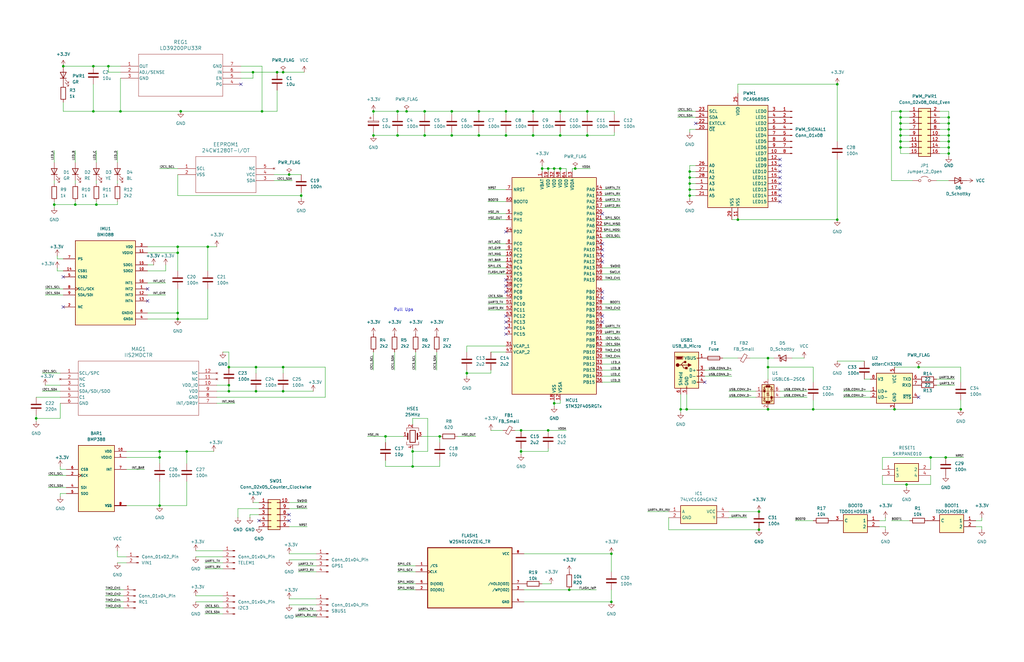
<source format=kicad_sch>
(kicad_sch (version 20250114) (generator "eeschema") (generator_version "9.0")
  (paper "User" 431.8 279.4)
  (title_block (title "Yau K1 Flight Computer") (date "2025-06-15") (rev "1"))
  (text "Pull Ups\n" (at 170.18 130.81 0) (effects (font (size 1.27 1.27))))
  (junction (at 400.05 57.15))
  (junction (at 379.73 59.69))
  (junction (at 323.85 154.94))
  (junction (at 379.73 57.15))
  (junction (at 257.81 233.68))
  (junction (at 106.68 30.48))
  (junction (at 379.73 54.61))
  (junction (at 213.36 57.15))
  (junction (at 96.52 165.1))
  (junction (at 311.15 92.71))
  (junction (at 31.75 86.36))
  (junction (at 67.31 193.04))
  (junction (at 201.93 46.99))
  (junction (at 257.81 254))
  (junction (at 213.36 46.99))
  (junction (at 289.56 172.72))
  (junction (at 231.14 181.61))
  (junction (at 323.85 172.72))
  (junction (at 201.93 57.15))
  (junction (at 400.05 54.61))
  (junction (at 377.19 172.72))
  (junction (at 247.65 57.15))
  (junction (at 162.56 184.15))
  (junction (at 119.38 165.1))
  (junction (at 242.57 71.12))
  (junction (at 39.37 27.94))
  (junction (at 290.83 77.47))
  (junction (at 353.06 35.56))
  (junction (at 15.24 176.53))
  (junction (at 405.13 172.72))
  (junction (at 74.93 132.08))
  (junction (at 224.79 46.99))
  (junction (at 67.31 213.36))
  (junction (at 247.65 46.99))
  (junction (at 50.8 46.99))
  (junction (at 290.83 74.93))
  (junction (at 167.64 46.99))
  (junction (at 400.05 49.53))
  (junction (at 110.49 46.99))
  (junction (at 236.22 46.99))
  (junction (at 353.06 92.71))
  (junction (at 379.73 46.99))
  (junction (at 400.05 52.07))
  (junction (at 185.42 184.15))
  (junction (at 96.52 162.56))
  (junction (at 39.37 46.99))
  (junction (at 219.71 181.61))
  (junction (at 96.52 154.94))
  (junction (at 236.22 71.12))
  (junction (at 179.07 46.99))
  (junction (at 78.74 190.5))
  (junction (at 119.38 30.48))
  (junction (at 379.73 62.23))
  (junction (at 398.78 193.04))
  (junction (at 167.64 57.15))
  (junction (at 400.05 64.77))
  (junction (at 107.95 165.1))
  (junction (at 119.38 154.94))
  (junction (at 74.93 106.68))
  (junction (at 387.35 154.94))
  (junction (at 290.83 80.01))
  (junction (at 236.22 57.15))
  (junction (at 107.95 154.94))
  (junction (at 87.63 104.14))
  (junction (at 157.48 46.99))
  (junction (at 379.73 52.07))
  (junction (at 231.14 71.12))
  (junction (at 323.85 151.13))
  (junction (at 74.93 104.14))
  (junction (at 116.84 30.48))
  (junction (at 233.68 170.18))
  (junction (at 22.86 86.36))
  (junction (at 287.02 172.72))
  (junction (at 157.48 57.15))
  (junction (at 196.85 157.48))
  (junction (at 171.45 46.99))
  (junction (at 45.72 27.94))
  (junction (at 26.67 27.94))
  (junction (at 173.99 190.5))
  (junction (at 190.5 57.15))
  (junction (at 219.71 190.5))
  (junction (at 320.04 215.9))
  (junction (at 290.83 82.55))
  (junction (at 224.79 57.15))
  (junction (at 392.43 193.04))
  (junction (at 382.27 204.47))
  (junction (at 228.6 71.12))
  (junction (at 190.5 46.99))
  (junction (at 74.93 134.62))
  (junction (at 233.68 71.12))
  (junction (at 290.83 72.39))
  (junction (at 40.64 86.36))
  (junction (at 342.9 172.72))
  (junction (at 400.05 59.69))
  (junction (at 173.99 196.85))
  (junction (at 76.2 46.99))
  (junction (at 379.73 49.53))
  (junction (at 67.31 190.5))
  (junction (at 179.07 57.15))
  (junction (at 121.92 73.66))
  (junction (at 400.05 62.23))
  (junction (at 240.03 248.92))
  (junction (at 320.04 223.52))
  (junction (at 127 82.55))
  (no_connect (at 328.93 77.47))
  (no_connect (at 328.93 69.85))
  (no_connect (at 328.93 80.01))
  (no_connect (at 101.6 35.56))
  (no_connect (at 121.92 217.17))
  (no_connect (at 121.92 219.71))
  (no_connect (at 62.23 127))
  (no_connect (at 254 125.73))
  (no_connect (at 26.67 116.84))
  (no_connect (at 328.93 72.39))
  (no_connect (at 254 90.17))
  (no_connect (at 254 110.49))
  (no_connect (at 328.93 85.09))
  (no_connect (at 328.93 67.31))
  (no_connect (at 213.36 135.89))
  (no_connect (at 26.67 129.54))
  (no_connect (at 297.18 161.29))
  (no_connect (at 213.36 123.19))
  (no_connect (at 213.36 140.97))
  (no_connect (at 328.93 82.55))
  (no_connect (at 254 133.35))
  (no_connect (at 213.36 118.11))
  (no_connect (at 213.36 97.79))
  (no_connect (at 254 107.95))
  (no_connect (at 293.37 52.07))
  (no_connect (at 387.35 167.64))
  (no_connect (at 254 135.89))
  (no_connect (at 62.23 121.92))
  (no_connect (at 109.22 219.71))
  (no_connect (at 328.93 74.93))
  (no_connect (at 254 102.87))
  (no_connect (at 213.36 138.43))
  (no_connect (at 254 105.41))
  (no_connect (at 254 123.19))
  (no_connect (at 213.36 120.65))
  (no_connect (at 213.36 133.35))
  (wire (pts (xy 213.36 57.15) (xy 201.93 57.15)))
  (wire (pts (xy 22.86 76.2) (xy 22.86 77.47)))
  (wire (pts (xy 207.01 148.59) (xy 213.36 148.59)))
  (wire (pts (xy 25.4 170.18) (xy 25.4 176.53)))
  (wire (pts (xy 121.92 236.22) (xy 133.35 236.22)))
  (wire (pts (xy 201.93 55.88) (xy 201.93 57.15)))
  (wire (pts (xy 219.71 181.61) (xy 231.14 181.61)))
  (wire (pts (xy 400.05 49.53) (xy 400.05 52.07)))
  (wire (pts (xy 261.62 80.01) (xy 254 80.01)))
  (wire (pts (xy 400.05 62.23) (xy 400.05 64.77)))
  (wire (pts (xy 82.55 254) (xy 93.98 254)))
  (wire (pts (xy 44.45 256.54) (xy 52.07 256.54)))
  (wire (pts (xy 109.22 214.63) (xy 100.33 214.63)))
  (wire (pts (xy 396.24 46.99) (xy 400.05 46.99)))
  (wire (pts (xy 231.14 189.23) (xy 231.14 190.5)))
  (wire (pts (xy 392.43 200.66) (xy 392.43 204.47)))
  (wire (pts (xy 167.64 238.76) (xy 175.26 238.76)))
  (wire (pts (xy 372.11 200.66) (xy 372.11 204.47)))
  (wire (pts (xy 123.19 76.2) (xy 115.57 76.2)))
  (wire (pts (xy 307.34 215.9) (xy 320.04 215.9)))
  (wire (pts (xy 49.53 63.5) (xy 49.53 68.58)))
  (wire (pts (xy 167.64 46.99) (xy 157.48 46.99)))
  (wire (pts (xy 121.92 255.27) (xy 133.35 255.27)))
  (wire (pts (xy 129.54 214.63) (xy 121.92 214.63)))
  (wire (pts (xy 228.6 69.85) (xy 228.6 71.12)))
  (wire (pts (xy 121.92 252.73) (xy 133.35 252.73)))
  (wire (pts (xy 196.85 146.05) (xy 196.85 148.59)))
  (wire (pts (xy 217.17 181.61) (xy 219.71 181.61)))
  (wire (pts (xy 289.56 172.72) (xy 287.02 172.72)))
  (wire (pts (xy 74.93 104.14) (xy 87.63 104.14)))
  (wire (pts (xy 121.92 233.68) (xy 133.35 233.68)))
  (wire (pts (xy 162.56 184.15) (xy 170.18 184.15)))
  (wire (pts (xy 49.53 85.09) (xy 49.53 86.36)))
  (wire (pts (xy 219.71 189.23) (xy 219.71 190.5)))
  (wire (pts (xy 353.06 35.56) (xy 353.06 59.69)))
  (wire (pts (xy 290.83 54.61) (xy 293.37 54.61)))
  (wire (pts (xy 19.05 162.56) (xy 25.4 162.56)))
  (wire (pts (xy 69.85 119.38) (xy 62.23 119.38)))
  (wire (pts (xy 259.08 48.26) (xy 259.08 46.99)))
  (wire (pts (xy 220.98 254) (xy 257.81 254)))
  (wire (pts (xy 247.65 46.99) (xy 236.22 46.99)))
  (wire (pts (xy 196.85 158.75) (xy 196.85 157.48)))
  (wire (pts (xy 375.92 76.2) (xy 375.92 46.99)))
  (wire (pts (xy 372.11 198.12) (xy 372.11 193.04)))
  (wire (pts (xy 231.14 71.12) (xy 228.6 71.12)))
  (wire (pts (xy 107.95 157.48) (xy 107.95 154.94)))
  (wire (pts (xy 173.99 189.23) (xy 173.99 190.5)))
  (wire (pts (xy 290.83 82.55) (xy 290.83 80.01)))
  (wire (pts (xy 396.24 64.77) (xy 400.05 64.77)))
  (wire (pts (xy 74.93 73.66) (xy 74.93 82.55)))
  (wire (pts (xy 49.53 232.41) (xy 49.53 234.95)))
  (wire (pts (xy 105.41 217.17) (xy 105.41 218.44)))
  (wire (pts (xy 373.38 222.25) (xy 373.38 223.52)))
  (wire (pts (xy 311.15 92.71) (xy 353.06 92.71)))
  (wire (pts (xy 205.74 92.71) (xy 213.36 92.71)))
  (wire (pts (xy 86.36 237.49) (xy 93.98 237.49)))
  (wire (pts (xy 290.83 83.82) (xy 290.83 82.55)))
  (wire (pts (xy 96.52 165.1) (xy 96.52 162.56)))
  (wire (pts (xy 367.03 165.1) (xy 355.6 165.1)))
  (wire (pts (xy 60.96 198.12) (xy 53.34 198.12)))
  (wire (pts (xy 45.72 27.94) (xy 50.8 27.94)))
  (wire (pts (xy 379.73 46.99) (xy 383.54 46.99)))
  (wire (pts (xy 261.62 130.81) (xy 254 130.81)))
  (wire (pts (xy 236.22 170.18) (xy 233.68 170.18)))
  (wire (pts (xy 201.93 46.99) (xy 201.93 48.26)))
  (wire (pts (xy 379.73 54.61) (xy 379.73 52.07)))
  (wire (pts (xy 323.85 172.72) (xy 342.9 172.72)))
  (wire (pts (xy 304.8 151.13) (xy 311.15 151.13)))
  (wire (pts (xy 162.56 196.85) (xy 162.56 194.31)))
  (wire (pts (xy 25.4 209.55) (xy 25.4 208.28)))
  (wire (pts (xy 162.56 186.69) (xy 162.56 184.15)))
  (wire (pts (xy 259.08 57.15) (xy 247.65 57.15)))
  (wire (pts (xy 261.62 138.43) (xy 254 138.43)))
  (wire (pts (xy 297.18 158.75) (xy 308.61 158.75)))
  (wire (pts (xy 261.62 97.79) (xy 254 97.79)))
  (wire (pts (xy 290.83 74.93) (xy 290.83 72.39)))
  (wire (pts (xy 379.73 52.07) (xy 379.73 49.53)))
  (wire (pts (xy 22.86 85.09) (xy 22.86 86.36)))
  (wire (pts (xy 290.83 82.55) (xy 293.37 82.55)))
  (wire (pts (xy 379.73 57.15) (xy 379.73 54.61)))
  (wire (pts (xy 50.8 33.02) (xy 50.8 46.99)))
  (wire (pts (xy 261.62 128.27) (xy 254 128.27)))
  (wire (pts (xy 261.62 118.11) (xy 254 118.11)))
  (wire (pts (xy 74.93 82.55) (xy 127 82.55)))
  (wire (pts (xy 236.22 57.15) (xy 224.79 57.15)))
  (wire (pts (xy 106.68 30.48) (xy 116.84 30.48)))
  (wire (pts (xy 40.64 85.09) (xy 40.64 86.36)))
  (wire (pts (xy 396.24 54.61) (xy 400.05 54.61)))
  (wire (pts (xy 316.23 151.13) (xy 323.85 151.13)))
  (wire (pts (xy 261.62 82.55) (xy 254 82.55)))
  (wire (pts (xy 200.66 184.15) (xy 193.04 184.15)))
  (wire (pts (xy 40.64 63.5) (xy 40.64 68.58)))
  (wire (pts (xy 396.24 57.15) (xy 400.05 57.15)))
  (wire (pts (xy 213.36 55.88) (xy 213.36 57.15)))
  (wire (pts (xy 261.62 113.03) (xy 254 113.03)))
  (wire (pts (xy 19.05 124.46) (xy 26.67 124.46)))
  (wire (pts (xy 180.34 176.53) (xy 180.34 190.5)))
  (wire (pts (xy 78.74 190.5) (xy 90.17 190.5)))
  (wire (pts (xy 383.54 64.77) (xy 379.73 64.77)))
  (wire (pts (xy 101.6 30.48) (xy 106.68 30.48)))
  (wire (pts (xy 400.05 64.77) (xy 400.05 66.04)))
  (wire (pts (xy 180.34 190.5) (xy 173.99 190.5)))
  (wire (pts (xy 101.6 33.02) (xy 106.68 33.02)))
  (wire (pts (xy 87.63 121.92) (xy 87.63 134.62)))
  (wire (pts (xy 400.05 57.15) (xy 400.05 59.69)))
  (wire (pts (xy 236.22 46.99) (xy 224.79 46.99)))
  (wire (pts (xy 394.97 76.2) (xy 400.05 76.2)))
  (wire (pts (xy 285.75 46.99) (xy 293.37 46.99)))
  (wire (pts (xy 179.07 46.99) (xy 171.45 46.99)))
  (wire (pts (xy 50.8 30.48) (xy 45.72 30.48)))
  (wire (pts (xy 406.4 193.04) (xy 398.78 193.04)))
  (wire (pts (xy 185.42 184.15) (xy 177.8 184.15)))
  (wire (pts (xy 257.81 254) (xy 257.81 248.92)))
  (wire (pts (xy 259.08 55.88) (xy 259.08 57.15)))
  (wire (pts (xy 86.36 256.54) (xy 93.98 256.54)))
  (wire (pts (xy 231.14 71.12) (xy 231.14 72.39)))
  (wire (pts (xy 273.05 215.9) (xy 281.94 215.9)))
  (wire (pts (xy 125.73 257.81) (xy 133.35 257.81)))
  (wire (pts (xy 290.83 72.39) (xy 290.83 69.85)))
  (wire (pts (xy 24.13 109.22) (xy 26.67 109.22)))
  (wire (pts (xy 87.63 134.62) (xy 74.93 134.62)))
  (wire (pts (xy 377.19 154.94) (xy 387.35 154.94)))
  (wire (pts (xy 414.02 219.71) (xy 414.02 218.44)))
  (wire (pts (xy 290.83 69.85) (xy 293.37 69.85)))
  (wire (pts (xy 261.62 92.71) (xy 254 92.71)))
  (wire (pts (xy 400.05 54.61) (xy 400.05 57.15)))
  (wire (pts (xy 26.67 43.18) (xy 26.67 46.99)))
  (wire (pts (xy 261.62 100.33) (xy 254 100.33)))
  (wire (pts (xy 86.36 240.03) (xy 93.98 240.03)))
  (wire (pts (xy 205.74 85.09) (xy 213.36 85.09)))
  (wire (pts (xy 40.64 86.36) (xy 31.75 86.36)))
  (wire (pts (xy 74.93 121.92) (xy 74.93 132.08)))
  (wire (pts (xy 405.13 172.72) (xy 377.19 172.72)))
  (wire (pts (xy 39.37 35.56) (xy 39.37 46.99)))
  (wire (pts (xy 248.92 71.12) (xy 242.57 71.12)))
  (wire (pts (xy 96.52 165.1) (xy 107.95 165.1)))
  (wire (pts (xy 45.72 30.48) (xy 45.72 27.94)))
  (wire (pts (xy 205.74 113.03) (xy 213.36 113.03)))
  (wire (pts (xy 379.73 52.07) (xy 383.54 52.07)))
  (wire (pts (xy 238.76 181.61) (xy 231.14 181.61)))
  (wire (pts (xy 110.49 27.94) (xy 110.49 46.99)))
  (wire (pts (xy 382.27 204.47) (xy 382.27 205.74)))
  (wire (pts (xy 213.36 46.99) (xy 213.36 48.26)))
  (wire (pts (xy 236.22 46.99) (xy 236.22 48.26)))
  (wire (pts (xy 31.75 86.36) (xy 22.86 86.36)))
  (wire (pts (xy 289.56 166.37) (xy 289.56 172.72)))
  (wire (pts (xy 379.73 49.53) (xy 379.73 46.99)))
  (wire (pts (xy 137.16 154.94) (xy 119.38 154.94)))
  (wire (pts (xy 74.93 134.62) (xy 62.23 134.62)))
  (wire (pts (xy 167.64 241.3) (xy 175.26 241.3)))
  (wire (pts (xy 119.38 30.48) (xy 128.27 30.48)))
  (wire (pts (xy 207.01 156.21) (xy 207.01 157.48)))
  (wire (pts (xy 20.32 205.74) (xy 27.94 205.74)))
  (wire (pts (xy 119.38 154.94) (xy 107.95 154.94)))
  (wire (pts (xy 405.13 168.91) (xy 405.13 172.72)))
  (wire (pts (xy 392.43 204.47) (xy 382.27 204.47)))
  (wire (pts (xy 190.5 55.88) (xy 190.5 57.15)))
  (wire (pts (xy 289.56 172.72) (xy 323.85 172.72)))
  (wire (pts (xy 261.62 115.57) (xy 254 115.57)))
  (wire (pts (xy 205.74 102.87) (xy 213.36 102.87)))
  (wire (pts (xy 91.44 165.1) (xy 96.52 165.1)))
  (wire (pts (xy 62.23 132.08) (xy 74.93 132.08)))
  (wire (pts (xy 49.53 234.95) (xy 53.34 234.95)))
  (wire (pts (xy 379.73 54.61) (xy 383.54 54.61)))
  (wire (pts (xy 205.74 80.01) (xy 213.36 80.01)))
  (wire (pts (xy 411.48 222.25) (xy 414.02 222.25)))
  (wire (pts (xy 125.73 241.3) (xy 133.35 241.3)))
  (wire (pts (xy 179.07 55.88) (xy 179.07 57.15)))
  (wire (pts (xy 370.84 222.25) (xy 373.38 222.25)))
  (wire (pts (xy 290.83 55.88) (xy 290.83 54.61)))
  (wire (pts (xy 62.23 104.14) (xy 74.93 104.14)))
  (wire (pts (xy 396.24 62.23) (xy 400.05 62.23)))
  (wire (pts (xy 405.13 154.94) (xy 405.13 161.29)))
  (wire (pts (xy 25.4 198.12) (xy 27.94 198.12)))
  (wire (pts (xy 171.45 46.99) (xy 167.64 46.99)))
  (wire (pts (xy 367.03 167.64) (xy 355.6 167.64)))
  (wire (pts (xy 106.68 212.09) (xy 109.22 212.09)))
  (wire (pts (xy 44.45 248.92) (xy 52.07 248.92)))
  (wire (pts (xy 116.84 46.99) (xy 110.49 46.99)))
  (wire (pts (xy 342.9 168.91) (xy 342.9 172.72)))
  (wire (pts (xy 353.06 152.4) (xy 364.49 152.4)))
  (wire (pts (xy 74.93 104.14) (xy 74.93 106.68)))
  (wire (pts (xy 314.96 218.44) (xy 307.34 218.44)))
  (wire (pts (xy 82.55 234.95) (xy 93.98 234.95)))
  (wire (pts (xy 323.85 151.13) (xy 323.85 154.94)))
  (wire (pts (xy 236.22 71.12) (xy 236.22 72.39)))
  (wire (pts (xy 207.01 181.61) (xy 212.09 181.61)))
  (wire (pts (xy 213.36 146.05) (xy 196.85 146.05)))
  (wire (pts (xy 121.92 73.66) (xy 127 73.66)))
  (wire (pts (xy 107.95 154.94) (xy 96.52 154.94)))
  (wire (pts (xy 87.63 104.14) (xy 91.44 104.14)))
  (wire (pts (xy 379.73 64.77) (xy 379.73 62.23)))
  (wire (pts (xy 44.45 254) (xy 52.07 254)))
  (wire (pts (xy 392.43 193.04) (xy 398.78 193.04)))
  (wire (pts (xy 205.74 125.73) (xy 213.36 125.73)))
  (wire (pts (xy 402.59 160.02) (xy 394.97 160.02)))
  (wire (pts (xy 236.22 71.12) (xy 233.68 71.12)))
  (wire (pts (xy 185.42 194.31) (xy 185.42 196.85)))
  (wire (pts (xy 233.68 71.12) (xy 233.68 72.39)))
  (wire (pts (xy 379.73 62.23) (xy 379.73 59.69)))
  (wire (pts (xy 173.99 179.07) (xy 173.99 176.53)))
  (wire (pts (xy 26.67 46.99) (xy 39.37 46.99)))
  (wire (pts (xy 196.85 156.21) (xy 196.85 157.48)))
  (wire (pts (xy 53.34 193.04) (xy 67.31 193.04)))
  (wire (pts (xy 261.62 85.09) (xy 254 85.09)))
  (wire (pts (xy 78.74 213.36) (xy 67.31 213.36)))
  (wire (pts (xy 17.78 157.48) (xy 25.4 157.48)))
  (wire (pts (xy 205.74 90.17) (xy 213.36 90.17)))
  (wire (pts (xy 100.33 214.63) (xy 100.33 218.44)))
  (wire (pts (xy 220.98 248.92) (xy 240.03 248.92)))
  (wire (pts (xy 318.77 165.1) (xy 307.34 165.1)))
  (wire (pts (xy 167.64 57.15) (xy 157.48 57.15)))
  (wire (pts (xy 233.68 170.18) (xy 233.68 171.45)))
  (wire (pts (xy 53.34 213.36) (xy 67.31 213.36)))
  (wire (pts (xy 201.93 57.15) (xy 190.5 57.15)))
  (wire (pts (xy 49.53 86.36) (xy 40.64 86.36)))
  (wire (pts (xy 39.37 27.94) (xy 45.72 27.94)))
  (wire (pts (xy 233.68 168.91) (xy 233.68 170.18)))
  (wire (pts (xy 185.42 196.85) (xy 173.99 196.85)))
  (wire (pts (xy 17.78 165.1) (xy 25.4 165.1)))
  (wire (pts (xy 220.98 233.68) (xy 257.81 233.68)))
  (wire (pts (xy 379.73 57.15) (xy 383.54 57.15)))
  (wire (pts (xy 67.31 193.04) (xy 67.31 195.58)))
  (wire (pts (xy 184.15 156.21) (xy 184.15 148.59)))
  (wire (pts (xy 370.84 219.71) (xy 373.38 219.71)))
  (wire (pts (xy 241.3 71.12) (xy 241.3 72.39)))
  (wire (pts (xy 323.85 151.13) (xy 326.39 151.13)))
  (wire (pts (xy 173.99 190.5) (xy 173.99 196.85)))
  (wire (pts (xy 228.6 246.38) (xy 232.41 246.38)))
  (wire (pts (xy 372.11 204.47) (xy 382.27 204.47)))
  (wire (pts (xy 167.64 246.38) (xy 175.26 246.38)))
  (wire (pts (xy 53.34 190.5) (xy 67.31 190.5)))
  (wire (pts (xy 19.05 121.92) (xy 26.67 121.92)))
  (wire (pts (xy 166.37 156.21) (xy 166.37 148.59)))
  (wire (pts (xy 379.73 59.69) (xy 383.54 59.69)))
  (wire (pts (xy 238.76 72.39) (xy 238.76 71.12)))
  (wire (pts (xy 261.62 146.05) (xy 254 146.05)))
  (wire (pts (xy 311.15 35.56) (xy 353.06 35.56)))
  (wire (pts (xy 238.76 71.12) (xy 236.22 71.12)))
  (wire (pts (xy 110.49 46.99) (xy 76.2 46.99)))
  (wire (pts (xy 411.48 219.71) (xy 414.02 219.71)))
  (wire (pts (xy 375.92 219.71) (xy 383.54 219.71)))
  (wire (pts (xy 173.99 176.53) (xy 180.34 176.53)))
  (wire (pts (xy 20.32 200.66) (xy 27.94 200.66)))
  (wire (pts (xy 261.62 140.97) (xy 254 140.97)))
  (wire (pts (xy 93.98 148.59) (xy 96.52 148.59)))
  (wire (pts (xy 25.4 196.85) (xy 25.4 198.12)))
  (wire (pts (xy 49.53 237.49) (xy 53.34 237.49)))
  (wire (pts (xy 396.24 49.53) (xy 400.05 49.53)))
  (wire (pts (xy 290.83 74.93) (xy 293.37 74.93)))
  (wire (pts (xy 40.64 76.2) (xy 40.64 77.47)))
  (wire (pts (xy 175.26 156.21) (xy 175.26 148.59)))
  (wire (pts (xy 287.02 172.72) (xy 287.02 173.99)))
  (wire (pts (xy 281.94 223.52) (xy 320.04 223.52)))
  (wire (pts (xy 400.05 59.69) (xy 400.05 62.23)))
  (wire (pts (xy 311.15 39.37) (xy 311.15 35.56)))
  (wire (pts (xy 242.57 71.12) (xy 241.3 71.12)))
  (wire (pts (xy 285.75 49.53) (xy 293.37 49.53)))
  (wire (pts (xy 290.83 77.47) (xy 290.83 74.93)))
  (wire (pts (xy 224.79 46.99) (xy 224.79 48.26)))
  (wire (pts (xy 384.81 76.2) (xy 375.92 76.2)))
  (wire (pts (xy 137.16 167.64) (xy 137.16 154.94)))
  (wire (pts (xy 24.13 107.95) (xy 24.13 109.22)))
  (wire (pts (xy 231.14 190.5) (xy 219.71 190.5)))
  (wire (pts (xy 261.62 156.21) (xy 254 156.21)))
  (wire (pts (xy 219.71 190.5) (xy 219.71 191.77)))
  (wire (pts (xy 173.99 196.85) (xy 162.56 196.85)))
  (wire (pts (xy 87.63 104.14) (xy 87.63 114.3)))
  (wire (pts (xy 62.23 106.68) (xy 74.93 106.68)))
  (wire (pts (xy 323.85 154.94) (xy 323.85 160.02)))
  (wire (pts (xy 25.4 176.53) (xy 15.24 176.53)))
  (wire (pts (xy 261.62 148.59) (xy 254 148.59)))
  (wire (pts (xy 78.74 195.58) (xy 78.74 190.5)))
  (wire (pts (xy 190.5 46.99) (xy 179.07 46.99)))
  (wire (pts (xy 82.55 251.46) (xy 93.98 251.46)))
  (wire (pts (xy 328.93 167.64) (xy 340.36 167.64)))
  (wire (pts (xy 290.83 72.39) (xy 293.37 72.39)))
  (wire (pts (xy 379.73 59.69) (xy 379.73 57.15)))
  (wire (pts (xy 261.62 158.75) (xy 254 158.75)))
  (wire (pts (xy 31.75 85.09) (xy 31.75 86.36)))
  (wire (pts (xy 205.74 105.41) (xy 213.36 105.41)))
  (wire (pts (xy 224.79 57.15) (xy 213.36 57.15)))
  (wire (pts (xy 372.11 193.04) (xy 392.43 193.04)))
  (wire (pts (xy 167.64 55.88) (xy 167.64 57.15)))
  (wire (pts (xy 364.49 160.02) (xy 367.03 160.02)))
  (wire (pts (xy 91.44 162.56) (xy 96.52 162.56)))
  (wire (pts (xy 86.36 259.08) (xy 93.98 259.08)))
  (wire (pts (xy 236.22 55.88) (xy 236.22 57.15)))
  (wire (pts (xy 167.64 248.92) (xy 175.26 248.92)))
  (wire (pts (xy 167.64 46.99) (xy 167.64 48.26)))
  (wire (pts (xy 207.01 157.48) (xy 196.85 157.48)))
  (wire (pts (xy 125.73 238.76) (xy 133.35 238.76)))
  (wire (pts (xy 74.93 132.08) (xy 74.93 134.62)))
  (wire (pts (xy 281.94 218.44) (xy 281.94 223.52)))
  (wire (pts (xy 129.54 222.25) (xy 121.92 222.25)))
  (wire (pts (xy 127 82.55) (xy 127 83.82)))
  (wire (pts (xy 308.61 92.71) (xy 311.15 92.71)))
  (wire (pts (xy 396.24 59.69) (xy 400.05 59.69)))
  (wire (pts (xy 290.83 80.01) (xy 290.83 77.47)))
  (wire (pts (xy 157.48 57.15) (xy 157.48 55.88)))
  (wire (pts (xy 205.74 130.81) (xy 213.36 130.81)))
  (wire (pts (xy 379.73 49.53) (xy 383.54 49.53)))
  (wire (pts (xy 31.75 63.5) (xy 31.75 68.58)))
  (wire (pts (xy 392.43 198.12) (xy 392.43 193.04)))
  (wire (pts (xy 373.38 219.71) (xy 373.38 218.44)))
  (wire (pts (xy 179.07 46.99) (xy 179.07 48.26)))
  (wire (pts (xy 213.36 46.99) (xy 201.93 46.99)))
  (wire (pts (xy 74.93 114.3) (xy 74.93 106.68)))
  (wire (pts (xy 224.79 46.99) (xy 213.36 46.99)))
  (wire (pts (xy 205.74 115.57) (xy 213.36 115.57)))
  (wire (pts (xy 22.86 86.36) (xy 22.86 87.63)))
  (wire (pts (xy 247.65 57.15) (xy 236.22 57.15)))
  (wire (pts (xy 119.38 157.48) (xy 119.38 154.94)))
  (wire (pts (xy 247.65 55.88) (xy 247.65 57.15)))
  (wire (pts (xy 82.55 232.41) (xy 93.98 232.41)))
  (wire (pts (xy 290.83 80.01) (xy 293.37 80.01)))
  (wire (pts (xy 375.92 46.99) (xy 379.73 46.99)))
  (wire (pts (xy 115.57 73.66) (xy 121.92 73.66)))
  (wire (pts (xy 261.62 153.67) (xy 254 153.67)))
  (wire (pts (xy 400.05 46.99) (xy 400.05 49.53)))
  (wire (pts (xy 116.84 30.48) (xy 119.38 30.48)))
  (wire (pts (xy 107.95 165.1) (xy 119.38 165.1)))
  (wire (pts (xy 261.62 161.29) (xy 254 161.29)))
  (wire (pts (xy 201.93 46.99) (xy 190.5 46.99)))
  (wire (pts (xy 261.62 95.25) (xy 254 95.25)))
  (wire (pts (xy 157.48 46.99) (xy 157.48 48.26)))
  (wire (pts (xy 185.42 186.69) (xy 185.42 184.15)))
  (wire (pts (xy 335.28 219.71) (xy 342.9 219.71)))
  (wire (pts (xy 101.6 27.94) (xy 110.49 27.94)))
  (wire (pts (xy 205.74 128.27) (xy 213.36 128.27)))
  (wire (pts (xy 96.52 148.59) (xy 96.52 154.94)))
  (wire (pts (xy 205.74 107.95) (xy 213.36 107.95)))
  (wire (pts (xy 50.8 46.99) (xy 76.2 46.99)))
  (wire (pts (xy 240.03 248.92) (xy 251.46 248.92)))
  (wire (pts (xy 26.67 27.94) (xy 39.37 27.94)))
  (wire (pts (xy 67.31 190.5) (xy 67.31 193.04)))
  (wire (pts (xy 67.31 203.2) (xy 67.31 213.36)))
  (wire (pts (xy 261.62 143.51) (xy 254 143.51)))
  (wire (pts (xy 62.23 111.76) (xy 64.77 111.76)))
  (wire (pts (xy 124.46 260.35) (xy 133.35 260.35)))
  (wire (pts (xy 342.9 161.29) (xy 342.9 154.94)))
  (wire (pts (xy 236.22 168.91) (xy 236.22 170.18)))
  (wire (pts (xy 261.62 151.13) (xy 254 151.13)))
  (wire (pts (xy 287.02 166.37) (xy 287.02 172.72)))
  (wire (pts (xy 91.44 167.64) (xy 137.16 167.64)))
  (wire (pts (xy 387.35 154.94) (xy 405.13 154.94)))
  (wire (pts (xy 157.48 156.21) (xy 157.48 148.59)))
  (wire (pts (xy 127 81.28) (xy 127 82.55)))
  (wire (pts (xy 109.22 217.17) (xy 105.41 217.17)))
  (wire (pts (xy 396.24 52.07) (xy 400.05 52.07)))
  (wire (pts (xy 297.18 156.21) (xy 308.61 156.21)))
  (wire (pts (xy 106.68 33.02) (xy 106.68 30.48)))
  (wire (pts (xy 154.94 184.15) (xy 162.56 184.15)))
  (wire (pts (xy 67.31 71.12) (xy 74.93 71.12)))
  (wire (pts (xy 15.24 175.26) (xy 15.24 176.53)))
  (wire (pts (xy 49.53 76.2) (xy 49.53 77.47)))
  (wire (pts (xy 190.5 46.99) (xy 190.5 48.26)))
  (wire (pts (xy 67.31 190.5) (xy 78.74 190.5)))
  (wire (pts (xy 259.08 46.99) (xy 247.65 46.99)))
  (wire (pts (xy 31.75 76.2) (xy 31.75 77.47)))
  (wire (pts (xy 15.24 167.64) (xy 25.4 167.64)))
  (wire (pts (xy 15.24 176.53) (xy 15.24 177.8)))
  (wire (pts (xy 400.05 52.07) (xy 400.05 54.61)))
  (wire (pts (xy 261.62 87.63) (xy 254 87.63)))
  (wire (pts (xy 318.77 167.64) (xy 307.34 167.64)))
  (wire (pts (xy 119.38 165.1) (xy 132.08 165.1)))
  (wire (pts (xy 342.9 154.94) (xy 323.85 154.94)))
  (wire (pts (xy 379.73 62.23) (xy 383.54 62.23)))
  (wire (pts (xy 342.9 172.72) (xy 377.19 172.72)))
  (wire (pts (xy 247.65 46.99) (xy 247.65 48.26)))
  (wire (pts (xy 257.81 233.68) (xy 257.81 241.3)))
  (wire (pts (xy 224.79 55.88) (xy 224.79 57.15)))
  (wire (pts (xy 26.67 114.3) (xy 24.13 114.3)))
  (wire (pts (xy 228.6 71.12) (xy 228.6 72.39)))
  (wire (pts (xy 44.45 251.46) (xy 52.07 251.46)))
  (wire (pts (xy 190.5 57.15) (xy 179.07 57.15)))
  (wire (pts (xy 290.83 77.47) (xy 293.37 77.47)))
  (wire (pts (xy 22.86 63.5) (xy 22.86 68.58)))
  (wire (pts (xy 414.02 222.25) (xy 414.02 223.52)))
  (wire (pts (xy 62.23 114.3) (xy 69.85 114.3)))
  (wire (pts (xy 328.93 165.1) (xy 340.36 165.1)))
  (wire (pts (xy 179.07 57.15) (xy 167.64 57.15)))
  (wire (pts (xy 353.06 67.31) (xy 353.06 92.71)))
  (wire (pts (xy 69.85 114.3) (xy 69.85 111.76)))
  (wire (pts (xy 24.13 114.3) (xy 24.13 113.03)))
  (wire (pts (xy 99.06 170.18) (xy 91.44 170.18)))
  (wire (pts (xy 39.37 46.99) (xy 50.8 46.99)))
  (wire (pts (xy 205.74 110.49) (xy 213.36 110.49)))
  (wire (pts (xy 233.68 71.12) (xy 231.14 71.12)))
  (wire (pts (xy 25.4 208.28) (xy 27.94 208.28)))
  (wire (pts (xy 116.84 38.1) (xy 116.84 46.99)))
  (wire (pts (xy 78.74 203.2) (xy 78.74 213.36)))
  (wire (pts (xy 402.59 162.56) (xy 394.97 162.56)))
  (wire (pts (xy 129.54 212.09) (xy 121.92 212.09)))
  (wire (pts (xy 334.01 151.13) (xy 339.09 151.13)))
  (wire (pts (xy 69.85 124.46) (xy 62.23 124.46)))
  (label "TIM2_CH1" (at 44.45 248.92 0) (effects (font (size 0.889 0.889))))
  (label "UART2_TX" (at 261.62 85.09 180) (effects (font (size 0.889 0.889))))
  (label "UART4_RX" (at 314.96 218.44 180) (effects (font (size 0.889 0.889))))
  (label "TIM2_CH2" (at 261.62 130.81 180) (effects (font (size 0.889 0.889))))
  (label "INT_MAG" (at 205.74 107.95 0) (effects (font (size 0.889 0.889))))
  (label "BOOT0" (at 335.28 219.71 0) (effects (font (size 0.889 0.889))))
  (label "SPI1_SCK" (at 167.64 241.3 0) (effects (font (size 0.889 0.889))))
  (label "SPI1_CS" (at 167.64 238.76 0) (effects (font (size 0.889 0.889))))
  (label "TIM2_CH2" (at 44.45 251.46 0) (effects (font (size 0.889 0.889))))
  (label "I2C3_SCL" (at 175.26 156.21 90) (effects (font (size 0.889 0.889))))
  (label "I2C1_SCL" (at 157.48 156.21 90) (effects (font (size 0.889 0.889))))
  (label "INT_BAR" (at 60.96 198.12 180) (effects (font (size 0.889 0.889))))
  (label "UART4_RX" (at 261.62 82.55 180) (effects (font (size 0.889 0.889))))
  (label "I2C3_SCL" (at 261.62 100.33 180) (effects (font (size 0.889 0.889))))
  (label "NRST" (at 205.74 80.01 0) (effects (font (size 0.889 0.889))))
  (label "TIM2_CH3" (at 261.62 148.59 180) (effects (font (size 0.889 0.889))))
  (label "LED_C" (at 261.62 158.75 180) (effects (font (size 0.889 0.889))))
  (label "TIM2_CH4" (at 261.62 151.13 180) (effects (font (size 0.889 0.889))))
  (label "HSE_IN" (at 154.94 184.15 0) (effects (font (size 0.889 0.889))))
  (label "I2C1_SDA" (at 261.62 146.05 180) (effects (font (size 0.889 0.889))))
  (label "HSE_OUT" (at 200.66 184.15 180) (effects (font (size 0.889 0.889))))
  (label "I2C1_SCL" (at 19.05 121.92 0) (effects (font (size 0.889 0.889))))
  (label "UART4_TX" (at 125.73 257.81 0) (effects (font (size 0.889 0.889))))
  (label "BOOT1" (at 261.62 128.27 180) (effects (font (size 0.889 0.889))))
  (label "SWCLK" (at 261.62 115.57 180) (effects (font (size 0.889 0.889))))
  (label "I2C1_SCL" (at 20.32 200.66 0) (effects (font (size 0.889 0.889))))
  (label "INT_GYR" (at 205.74 105.41 0) (effects (font (size 0.889 0.889))))
  (label "I2C1_SCL" (at 285.75 46.99 0) (effects (font (size 0.889 0.889))))
  (label "I2C1_SDA" (at 17.78 165.1 0) (effects (font (size 0.889 0.889))))
  (label "INT_GYR" (at 69.85 124.46 180) (effects (font (size 0.889 0.889))))
  (label "FLASH_IWP" (at 205.74 115.57 0) (effects (font (size 0.889 0.889))))
  (label "USB_CONV_D-" (at 355.6 167.64 0) (effects (font (size 0.889 0.889))))
  (label "USB_CONV_D+" (at 307.34 165.1 0) (effects (font (size 0.889 0.889))))
  (label "I2C1_SDA" (at 20.32 205.74 0) (effects (font (size 0.889 0.889))))
  (label "UART3_TX" (at 402.59 162.56 180) (effects (font (size 0.889 0.889))))
  (label "BOOT1" (at 375.92 219.71 0) (effects (font (size 0.889 0.889))))
  (label "I2C1_SDA" (at 123.19 76.2 180) (effects (font (size 0.889 0.889))))
  (label "LED_D" (at 261.62 161.29 180) (effects (font (size 0.889 0.889))))
  (label "SPI1_CS" (at 205.74 113.03 0) (effects (font (size 0.889 0.889))))
  (label "I2C1_SCL" (at 67.31 71.12 0) (effects (font (size 0.889 0.889))))
  (label "UART1_TX" (at 86.36 237.49 0) (effects (font (size 0.889 0.889))))
  (label "I2C3_SDA" (at 184.15 156.21 90) (effects (font (size 0.889 0.889))))
  (label "USB_CONN_D+" (at 340.36 165.1 180) (effects (font (size 0.889 0.889))))
  (label "LED_D" (at 49.53 63.5 270) (effects (font (size 0.889 0.889))))
  (label "TIM2_CH1" (at 261.62 118.11 180) (effects (font (size 0.889 0.889))))
  (label "USB_CONN_D-" (at 308.61 158.75 180) (effects (font (size 0.889 0.889))))
  (label "SPI1_MISO" (at 167.64 248.92 0) (effects (font (size 0.889 0.889))))
  (label "UART4_RX_INV" (at 124.46 260.35 0) (effects (font (size 0.889 0.889))))
  (label "SWDIO" (at 261.62 113.03 180) (effects (font (size 0.889 0.889))))
  (label "I2C3_SDA" (at 86.36 259.08 0) (effects (font (size 0.889 0.889))))
  (label "USB_CONN_D-" (at 340.36 167.64 180) (effects (font (size 0.889 0.889))))
  (label "UART2_TX" (at 125.73 238.76 0) (effects (font (size 0.889 0.889))))
  (label "UART1_RX" (at 86.36 240.03 0) (effects (font (size 0.889 0.889))))
  (label "LED_A" (at 261.62 153.67 180) (effects (font (size 0.889 0.889))))
  (label "SWCLK" (at 129.54 214.63 180) (effects (font (size 0.889 0.889))))
  (label "UART3_RX" (at 205.74 130.81 0) (effects (font (size 0.889 0.889))))
  (label "USB_CONV_D+" (at 355.6 165.1 0) (effects (font (size 0.889 0.889))))
  (label "UART3_RX" (at 402.59 160.02 180) (effects (font (size 0.889 0.889))))
  (label "LED_A" (at 22.86 63.5 270) (effects (font (size 0.889 0.889))))
  (label "VDDA" (at 238.76 181.61 180) (effects (font (size 0.889 0.889))))
  (label "LED_C" (at 40.64 63.5 270) (effects (font (size 0.889 0.889))))
  (label "SPI1_MISO" (at 261.62 95.25 180) (effects (font (size 0.889 0.889))))
  (label "NRST" (at 129.54 222.25 180) (effects (font (size 0.889 0.889))))
  (label "INT_ACC" (at 69.85 119.38 180) (effects (font (size 0.889 0.889))))
  (label "SPI1_SCK" (at 261.62 92.71 180) (effects (font (size 0.889 0.889))))
  (label "TIM2_CH4" (at 44.45 254 0) (effects (font (size 0.889 0.889))))
  (label "SPI1_MOSI" (at 261.62 97.79 180) (effects (font (size 0.889 0.889))))
  (label "HSE_IN" (at 205.74 90.17 0) (effects (font (size 0.889 0.889))))
  (label "UART2_RX" (at 125.73 241.3 0) (effects (font (size 0.889 0.889))))
  (label "I2C1_SCL" (at 17.78 157.48 0) (effects (font (size 0.889 0.889))))
  (label "INT_MAG" (at 99.06 170.18 180) (effects (font (size 0.889 0.889))))
  (label "UART1_RX" (at 261.62 140.97 180) (effects (font (size 0.889 0.889))))
  (label "I2C1_SDA" (at 166.37 156.21 90) (effects (font (size 0.889 0.889))))
  (label "TIM2_CH3" (at 44.45 256.54 0) (effects (font (size 0.889 0.889))))
  (label "LED_B" (at 261.62 156.21 180) (effects (font (size 0.889 0.889))))
  (label "USB_CONV_D-" (at 307.34 167.64 0) (effects (font (size 0.889 0.889))))
  (label "I2C1_SCL" (at 261.62 143.51 180) (effects (font (size 0.889 0.889))))
  (label "I2C3_SCL" (at 86.36 256.54 0) (effects (font (size 0.889 0.889))))
  (label "SWDIO" (at 129.54 212.09 180) (effects (font (size 0.889 0.889))))
  (label "HSE_OUT" (at 205.74 92.71 0) (effects (font (size 0.889 0.889))))
  (label "UART4_TX" (at 261.62 80.01 180) (effects (font (size 0.889 0.889))))
  (label "INT_BAR" (at 205.74 110.49 0) (effects (font (size 0.889 0.889))))
  (label "NRST" (at 406.4 193.04 180) (effects (font (size 0.889 0.889))))
  (label "UART2_RX" (at 261.62 87.63 180) (effects (font (size 0.889 0.889))))
  (label "UART1_TX" (at 261.62 138.43 180) (effects (font (size 0.889 0.889))))
  (label "BOOT0" (at 205.74 85.09 0) (effects (font (size 0.889 0.889))))
  (label "USB_CONN_D+" (at 308.61 156.21 180) (effects (font (size 0.889 0.889))))
  (label "INT_ACC" (at 205.74 102.87 0) (effects (font (size 0.889 0.889))))
  (label "UART4_RX_INV" (at 273.05 215.9 0) (effects (font (size 0.889 0.889))))
  (label "I2C3_SDA" (at 205.74 125.73 0) (effects (font (size 0.889 0.889))))
  (label "I2C1_SDA" (at 19.05 124.46 0) (effects (font (size 0.889 0.889))))
  (label "LED_B" (at 31.75 63.5 270) (effects (font (size 0.889 0.889))))
  (label "UART3_TX" (at 205.74 128.27 0) (effects (font (size 0.889 0.889))))
  (label "I2C1_SDA" (at 285.75 49.53 0) (effects (font (size 0.889 0.889))))
  (label "VDDA" (at 248.92 71.12 180) (effects (font (size 0.889 0.889))))
  (label "SPI1_MOSI" (at 167.64 246.38 0) (effects (font (size 0.889 0.889))))
  (label "FLASH_IWP" (at 251.46 248.92 180) (effects (font (size 0.889 0.889))))
  (symbol (lib_id "power:+3.3V") (at 373.38 218.44 0) (unit 1)
    (property "Reference" "#PWR051" (effects (hide yes)))
    (property "Value" "+3.3V" (at 373.38 213.36 0))
    (property "Description" "Power symbol creates a global label with name \"+3.3V\"" (effects (hide yes)))
  )
  (symbol (lib_id "power:GND") (at 196.85 158.75 0) (unit 1)
    (property "Reference" "#PWR05" (effects (hide yes)))
    (property "Value" "GND" (at 196.85 163.83 0))
    (property "Description" "Power symbol creates a global label with name \"GND\" , ground" (effects (hide yes)))
  )
  (symbol (lib_id "power:+3.3V") (at 353.06 35.56 0) (unit 1)
    (property "Reference" "#PWR062" (effects (hide yes)))
    (property "Value" "+3.3V" (at 353.06 30.48 0))
    (property "Description" "Power symbol creates a global label with name \"+3.3V\"" (effects (hide yes)))
  )
  (symbol (lib_id "Device:R") (at 189.23 184.15 90) (unit 1)
    (property "Reference" "R8" (at 189.23 177.8 90))
    (property "Value" "620" (at 189.23 180.34 90))
    (property "Footprint" "Resistor_SMD:R_0402_1005Metric" (effects (hide yes)))
    (property "Description" "Resistor" (effects (hide yes)))
  )
  (symbol (lib_id "IIS2MDC:IIS2MDCTR") (at 25.4 157.48 0) (unit 1)
    (property "Reference" "MAG1" (at 58.42 147.32 0) (effects (font (size 1.524 1.524))))
    (property "Value" "IIS2MDCTR" (at 58.42 149.86 0) (effects (font (size 1.524 1.524))))
    (property "Footprint" "IIS2MDCTR:LGA-12_2X2X0P7_STM" (effects (hide yes)))
    (property "Datasheet" "IIS2MDCTR" (effects (hide yes)))
  )
  (symbol (lib_id "power:GND") (at 127 83.82 0) (unit 1)
    (property "Reference" "#PWR015" (effects (hide yes)))
    (property "Value" "GND" (at 127 88.9 0))
    (property "Description" "Power symbol creates a global label with name \"GND\" , ground" (effects (hide yes)))
  )
  (symbol (lib_id "Device:LED") (at 49.53 72.39 90) (unit 1)
    (property "Reference" "D4" (at 53.34 72.7074 90) (effects (justify right)))
    (property "Value" "BL" (at 53.34 75.2474 90) (effects (justify right)))
    (property "Footprint" "LED_SMD:LED_0603_1608Metric" (effects (hide yes)))
    (property "Description" "Light emitting diode" (effects (hide yes)))
    (property "Sim.Pins" "1=K 2=A" (effects (hide yes)))
  )
  (symbol (lib_id "power:GND") (at 398.78 200.66 0) (unit 1)
    (property "Reference" "#PWR056" (effects (hide yes)))
    (property "Value" "GND" (at 398.78 205.74 0))
    (property "Description" "Power symbol creates a global label with name \"GND\" , ground" (effects (hide yes)))
  )
  (symbol (lib_id "Device:C") (at 224.79 52.07 0) (unit 1)
    (property "Reference" "C9" (at 228.6 50.7999 0) (effects (justify left)))
    (property "Value" "100n" (at 228.6 53.3399 0) (effects (justify left)))
    (property "Footprint" "Capacitor_SMD:C_0402_1005Metric" (effects (hide yes)))
    (property "Description" "Unpolarized capacitor" (effects (hide yes)))
  )
  (symbol (lib_id "Device:C") (at 405.13 165.1 0) (unit 1)
    (property "Reference" "C34" (at 408.94 163.8299 0) (effects (justify left)))
    (property "Value" "100n" (at 408.94 166.3699 0) (effects (justify left)))
    (property "Footprint" "Capacitor_SMD:C_0402_1005Metric" (effects (hide yes)))
    (property "Description" "Unpolarized capacitor" (effects (hide yes)))
  )
  (symbol (lib_id "Device:C") (at 107.95 161.29 0) (unit 1)
    (property "Reference" "C24" (at 111.76 160.0199 0) (effects (justify left)))
    (property "Value" "100n" (at 111.76 162.5599 0) (effects (justify left)))
    (property "Footprint" "Capacitor_SMD:C_0402_1005Metric" (effects (hide yes)))
    (property "Description" "Unpolarized capacitor" (effects (hide yes)))
  )
  (symbol (lib_id "Device:R") (at 346.71 219.71 270) (unit 1)
    (property "Reference" "R17" (at 346.329 214.503 90))
    (property "Value" "10k" (at 346.329 217.043 90))
    (property "Footprint" "Resistor_SMD:R_0402_1005Metric" (effects (hide yes)))
    (property "Description" "Resistor" (effects (hide yes)))
  )
  (symbol (lib_id "Device:C") (at 74.93 118.11 0) (unit 1)
    (property "Reference" "C20" (at 78.74 116.8399 0) (effects (justify left)))
    (property "Value" "100n" (at 78.74 119.3799 0) (effects (justify left)))
    (property "Footprint" "Capacitor_SMD:C_0402_1005Metric" (effects (hide yes)))
    (property "Description" "Unpolarized capacitor" (effects (hide yes)))
  )
  (symbol (lib_id "Device:LED") (at 31.75 72.39 90) (unit 1)
    (property "Reference" "D2" (at 35.56 72.7074 90) (effects (justify right)))
    (property "Value" "RE" (at 35.56 75.2474 90) (effects (justify right)))
    (property "Footprint" "LED_SMD:LED_0603_1608Metric" (effects (hide yes)))
    (property "Description" "Light emitting diode" (effects (hide yes)))
    (property "Sim.Pins" "1=K 2=A" (effects (hide yes)))
  )
  (symbol (lib_id "Device:R") (at 166.37 144.78 180) (unit 1)
    (property "Reference" "R5" (at 168.91 143.5099 0) (effects (justify right)))
    (property "Value" "2k2" (at 168.91 146.0499 0) (effects (justify right)))
    (property "Footprint" "Resistor_SMD:R_0402_1005Metric" (effects (hide yes)))
    (property "Description" "Resistor" (effects (hide yes)))
  )
  (symbol (lib_id "power:GND") (at 100.33 218.44 0) (unit 1)
    (property "Reference" "#PWR043" (effects (hide yes)))
    (property "Value" "GND" (at 100.33 223.52 0))
    (property "Description" "Power symbol creates a global label with name \"GND\" , ground" (effects (hide yes)))
  )
  (symbol (lib_id "Connector_Generic:Conn_02x08_Odd_Even") (at 388.62 54.61 0) (unit 1)
    (property "Reference" "PWM_PWR1" (at 389.89 40.64 0))
    (property "Value" "Conn_02x08_Odd_Even" (at 389.89 43.18 0))
    (property "Footprint" "Connector_PinHeader_2.54mm:PinHeader_2x08_P2.54mm_Vertical" (effects (hide yes)))
    (property "Description" "Generic connector, double row, 02x08, odd/even pin numbering scheme (row 1 odd numbers, row 2 even numbers), script generated (kicad-library-utils/schlib/autogen/connector/)" (effects (hide yes)))
  )
  (symbol (lib_id "power:GND") (at 49.53 237.49 0) (unit 1)
    (property "Reference" "#PWR032" (effects (hide yes)))
    (property "Value" "GND" (at 49.53 242.57 0))
    (property "Description" "Power symbol creates a global label with name \"GND\" , ground" (effects (hide yes)))
  )
  (symbol (lib_id "power:VCC") (at 128.27 30.48 0) (unit 1)
    (property "Reference" "#PWR014" (effects (hide yes)))
    (property "Value" "VCC" (at 128.27 25.4 0))
    (property "Description" "Power symbol creates a global label with name \"VCC\"" (effects (hide yes)))
  )
  (symbol (lib_id "Device:C") (at 96.52 158.75 0) (unit 1)
    (property "Reference" "C23" (at 100.33 157.4799 0) (effects (justify left)))
    (property "Value" "100n" (at 100.33 160.0199 0) (effects (justify left)))
    (property "Footprint" "Capacitor_SMD:C_0402_1005Metric" (effects (hide yes)))
    (property "Description" "Unpolarized capacitor" (effects (hide yes)))
  )
  (symbol (lib_id "power:+3.3V") (at 157.48 46.99 0) (unit 1)
    (property "Reference" "#PWR02" (effects (hide yes)))
    (property "Value" "+3.3V" (at 157.48 41.91 0))
    (property "Description" "Power symbol creates a global label with name \"+3.3V\"" (effects (hide yes)))
  )
  (symbol (lib_id "power:GND") (at 353.06 92.71 0) (unit 1)
    (property "Reference" "#PWR061" (effects (hide yes)))
    (property "Value" "GND" (at 353.06 97.79 0))
    (property "Description" "Power symbol creates a global label with name \"GND\" , ground" (effects (hide yes)))
  )
  (symbol (lib_id "Connector:Conn_01x02_Pin") (at 58.42 234.95 0) (mirror y) (unit 1)
    (property "Reference" "VIN1" (at 59.69 237.4901 0) (effects (justify right)))
    (property "Value" "Conn_01x02_Pin" (at 59.69 234.9501 0) (effects (justify right)))
    (property "Footprint" "Connector_Molex:Molex_PicoBlade_53047-0210_1x02_P1.25mm_Vertical" (effects (hide yes)))
    (property "Description" "Generic connector, single row, 01x02, script generated" (effects (hide yes)))
  )
  (symbol (lib_id "power:+3.3V") (at 132.08 165.1 0) (unit 1)
    (property "Reference" "#PWR025" (effects (hide yes)))
    (property "Value" "+3.3V" (at 132.842 161.29 0))
    (property "Description" "Power symbol creates a global label with name \"+3.3V\"" (effects (hide yes)))
  )
  (symbol (lib_id "Device:Fuse") (at 300.99 151.13 90) (unit 1)
    (property "Reference" "F1" (at 300.99 144.78 90))
    (property "Value" "Fuse" (at 300.99 147.32 90))
    (property "Footprint" "Fuse:Fuse_0603_1608Metric" (effects (hide yes)))
    (property "Description" "Fuse" (effects (hide yes)))
  )
  (symbol (lib_id "power:PWR_FLAG") (at 387.35 154.94 0) (unit 1)
    (property "Reference" "#FLG02" (effects (hide yes)))
    (property "Value" "PWR_FLAG" (at 387.35 149.86 0))
    (property "Description" "Special symbol for telling ERC where power comes from" (effects (hide yes)))
  )
  (symbol (lib_id "power:+3.3V") (at 121.92 252.73 0) (unit 1)
    (property "Reference" "#PWR039" (effects (hide yes)))
    (property "Value" "+3.3V" (at 122.682 248.92 0))
    (property "Description" "Power symbol creates a global label with name \"+3.3V\"" (effects (hide yes)))
  )
  (symbol (lib_id "Device:R") (at 175.26 144.78 180) (unit 1)
    (property "Reference" "R6" (at 177.8 143.5099 0) (effects (justify right)))
    (property "Value" "2k2" (at 177.8 146.0499 0) (effects (justify right)))
    (property "Footprint" "Resistor_SMD:R_0402_1005Metric" (effects (hide yes)))
    (property "Description" "Resistor" (effects (hide yes)))
  )
  (symbol (lib_id "power:+3.3V") (at 207.01 181.61 0) (unit 1)
    (property "Reference" "#PWR04" (effects (hide yes)))
    (property "Value" "+3.3V" (at 207.01 176.53 0))
    (property "Description" "Power symbol creates a global label with name \"+3.3V\"" (effects (hide yes)))
  )
  (symbol (lib_id "Device:R") (at 184.15 144.78 180) (unit 1)
    (property "Reference" "R7" (at 186.69 143.5099 0) (effects (justify right)))
    (property "Value" "2k2" (at 186.69 146.0499 0) (effects (justify right)))
    (property "Footprint" "Resistor_SMD:R_0402_1005Metric" (effects (hide yes)))
    (property "Description" "Resistor" (effects (hide yes)))
  )
  (symbol (lib_id "Device:C") (at 119.38 161.29 0) (unit 1)
    (property "Reference" "C25" (at 123.19 160.0199 0) (effects (justify left)))
    (property "Value" "100n" (at 123.19 162.5599 0) (effects (justify left)))
    (property "Footprint" "Capacitor_SMD:C_0402_1005Metric" (effects (hide yes)))
    (property "Description" "Unpolarized capacitor" (effects (hide yes)))
  )
  (symbol (lib_id "power:+3.3V") (at 24.13 107.95 0) (unit 1)
    (property "Reference" "#PWR021" (effects (hide yes)))
    (property "Value" "+3.3V" (at 23.876 104.14 0))
    (property "Description" "Power symbol creates a global label with name \"+3.3V\"" (effects (hide yes)))
  )
  (symbol (lib_id "Device:C") (at 15.24 171.45 0) (unit 1)
    (property "Reference" "C22" (at 19.05 170.1799 0) (effects (justify left)))
    (property "Value" "220n" (at 19.05 172.7199 0) (effects (justify left)))
    (property "Footprint" "Capacitor_SMD:C_0402_1005Metric" (effects (hide yes)))
    (property "Description" "Unpolarized capacitor" (effects (hide yes)))
  )
  (symbol (lib_id "Device:C") (at 162.56 190.5 0) (unit 1)
    (property "Reference" "C17" (at 166.37 189.2299 0) (effects (justify left)))
    (property "Value" "10p" (at 166.37 191.7699 0) (effects (justify left)))
    (property "Footprint" "Capacitor_SMD:C_0402_1005Metric" (effects (hide yes)))
    (property "Description" "Unpolarized capacitor" (effects (hide yes)))
  )
  (symbol (lib_id "Device:D_Schottky") (at 330.2 151.13 0) (unit 1)
    (property "Reference" "D5" (at 329.8825 144.78 0))
    (property "Value" "D_Schottky" (at 329.8825 147.32 0))
    (property "Footprint" "Diode_SMD:D_SOD-323" (effects (hide yes)))
    (property "Description" "Schottky diode" (effects (hide yes)))
  )
  (symbol (lib_id "Connector_Generic:Conn_02x05_Counter_Clockwise") (at 114.3 217.17 0) (unit 1)
    (property "Reference" "SWD1" (at 116.332 202.946 0))
    (property "Value" "Conn_02x05_Counter_Clockwise" (at 116.332 205.486 0))
    (property "Footprint" "Connector_PinHeader_1.27mm:PinHeader_2x05_P1.27mm_Vertical_SMD" (effects (hide yes)))
    (property "Description" "Generic connector, double row, 02x05, counter clockwise pin numbering scheme (similar to DIP package numbering), script generated (kicad-library-utils/schlib/autogen/connector/)" (effects (hide yes)))
  )
  (symbol (lib_id "power:+3.3V") (at 19.05 162.56 0) (unit 1)
    (property "Reference" "#PWR023" (effects (hide yes)))
    (property "Value" "+3.3V" (at 19.812 158.75 0))
    (property "Description" "Power symbol creates a global label with name \"+3.3V\"" (effects (hide yes)))
  )
  (symbol (lib_id "Connector:USB_B_Micro") (at 289.56 156.21 0) (unit 1)
    (property "Reference" "USB1" (at 289.56 143.51 0))
    (property "Value" "USB_B_Micro" (at 289.56 146.05 0))
    (property "Footprint" "Connector_USB:USB_Micro-B_Wuerth_614105150721_Vertical_CircularHoles" (effects (hide yes)))
    (property "Description" "USB Micro Type B connector" (effects (hide yes)))
  )
  (symbol (lib_id "Device:Crystal_GND24") (at 173.99 184.15 0) (unit 1)
    (property "Reference" "HSE1" (at 173.99 172.466 0))
    (property "Value" "25MHz" (at 173.99 175.006 0))
    (property "Footprint" "Crystal:Crystal_SMD_Abracon_ABM8G-4Pin_3.2x2.5mm" (effects (hide yes)))
    (property "Description" "Four pin crystal, GND on pins 2 and 4" (effects (hide yes)))
  )
  (symbol (lib_id "Device:R") (at 391.16 162.56 90) (unit 1)
    (property "Reference" "R13" (at 391.16 164.846 90))
    (property "Value" "22" (at 391.16 162.56 90))
    (property "Footprint" "Resistor_SMD:R_0402_1005Metric" (effects (hide yes)))
    (property "Description" "Resistor" (effects (hide yes)))
  )
  (symbol (lib_id "Device:R") (at 40.64 81.28 0) (unit 1)
    (property "Reference" "R11" (at 43.18 80.0099 0) (effects (justify left)))
    (property "Value" "1k" (at 43.18 82.5499 0) (effects (justify left)))
    (property "Footprint" "Resistor_SMD:R_0402_1005Metric" (effects (hide yes)))
    (property "Description" "Resistor" (effects (hide yes)))
  )
  (symbol (lib_id "power:GND") (at 219.71 191.77 0) (unit 1)
    (property "Reference" "#PWR07" (effects (hide yes)))
    (property "Value" "GND" (at 219.71 196.85 0))
    (property "Description" "Power symbol creates a global label with name \"GND\" , ground" (effects (hide yes)))
  )
  (symbol (lib_id "W25N01GVZEIG TR:W25N01GVZEIG_TR") (at 198.12 243.84 0) (unit 1)
    (property "Reference" "FLASH1" (at 198.12 226.06 0))
    (property "Value" "W25N01GVZEIG_TR" (at 198.12 228.6 0))
    (property "Footprint" "W25N01GVZEIG_TR:SON127P800X600X80-9N" (effects (hide yes)))
    (property "MF" "Winbond Electronics" (effects (hide yes)))
    (property "DESCRIPTION" "Ic Flash 1gbit 104mhz 8wson" (effects (hide yes)))
    (property "PACKAGE" "WSON-8 Winbond" (effects (hide yes)))
    (property "PRICE" "None" (effects (hide yes)))
    (property "Package" "WSON-8 Winbond" (effects (hide yes)))
    (property "Check_prices" "https://www.snapeda.com/parts/W25N01GVZEIG%20TR/Winbond/view-part/?ref=eda" (effects (hide yes)))
    (property "STANDARD" "IPC7351B" (effects (hide yes)))
    (property "SnapEDA_Link" "https://www.snapeda.com/parts/W25N01GVZEIG%20TR/Winbond/view-part/?ref=snap" (effects (hide yes)))
    (property "MP" "W25N01GVZEIG TR" (effects (hide yes)))
    (property "Description_1" "FLASH - NAND Memory IC 1Gb (128M x 8) SPI 104 MHz 8-WSON (8x6)" (effects (hide yes)))
    (property "Availability" "In Stock" (effects (hide yes)))
    (property "Price" "None" (effects (hide yes)))
    (property "MANUFACTURER" "Winbond Electronics" (effects (hide yes)))
  )
  (symbol (lib_id "Device:C") (at 116.84 34.29 0) (unit 1)
    (property "Reference" "C1" (at 120.65 33.0199 0) (effects (justify left)))
    (property "Value" "10u" (at 120.65 35.5599 0) (effects (justify left)))
    (property "Footprint" "Capacitor_SMD:C_0402_1005Metric" (effects (hide yes)))
    (property "Description" "Unpolarized capacitor" (effects (hide yes)))
  )
  (symbol (lib_id "Device:C") (at 190.5 52.07 0) (unit 1)
    (property "Reference" "C6" (at 194.31 50.7999 0) (effects (justify left)))
    (property "Value" "100n" (at 194.31 53.3399 0) (effects (justify left)))
    (property "Footprint" "Capacitor_SMD:C_0402_1005Metric" (effects (hide yes)))
    (property "Description" "Unpolarized capacitor" (effects (hide yes)))
  )
  (symbol (lib_id "power:+3.3V") (at 121.92 233.68 0) (unit 1)
    (property "Reference" "#PWR037" (effects (hide yes)))
    (property "Value" "+3.3V" (at 122.682 229.87 0))
    (property "Description" "Power symbol creates a global label with name \"+3.3V\"" (effects (hide yes)))
  )
  (symbol (lib_id "power:GND") (at 76.2 46.99 0) (unit 1)
    (property "Reference" "#PWR013" (effects (hide yes)))
    (property "Value" "GND" (at 76.2 52.07 0))
    (property "Description" "Power symbol creates a global label with name \"GND\" , ground" (effects (hide yes)))
  )
  (symbol (lib_id "74LVC1G04GX4Z:74LVC1G04GX4Z") (at 281.94 215.9 0) (unit 1)
    (property "Reference" "IC1" (at 294.64 208.28 0))
    (property "Value" "74LVC1G04GX4Z" (at 294.64 210.82 0))
    (property "Footprint" "74LVC1G04GX4Z:74LVC1G04GX4Z" (effects (hide yes)))
    (property "Datasheet" "https://assets.nexperia.com/documents/data-sheet/74LVC1G04.pdf" (effects (hide yes)))
    (property "Description" "Inverter IC 1 Channel 4-X2SON (0.6x0.6) 1.65V ~ 5.5V" (effects (hide yes)))
    (property "Height" "0.35" (effects (hide yes)))
    (property "Mouser Part Number" "771-74LVC1G04GX4Z" (effects (hide yes)))
    (property "Mouser Price/Stock" "https://www.mouser.co.uk/ProductDetail/Nexperia/74LVC1G04GX4Z?qs=u16ybLDytRbM5fD6yf7MqA%3D%3D" (effects (hide yes)))
    (property "Manufacturer_Name" "Nexperia" (effects (hide yes)))
    (property "Manufacturer_Part_Number" "74LVC1G04GX4Z" (effects (hide yes)))
  )
  (symbol (lib_id "Device:R") (at 240.03 245.11 180) (unit 1)
    (property "Reference" "R20" (at 243.586 245.872 0))
    (property "Value" "10k" (at 243.586 243.332 0))
    (property "Footprint" "Resistor_SMD:R_0402_1005Metric" (effects (hide yes)))
    (property "Description" "Resistor" (effects (hide yes)))
  )
  (symbol (lib_id "Connector:Conn_01x04_Pin") (at 138.43 236.22 0) (mirror y) (unit 1)
    (property "Reference" "GPS1" (at 139.7 238.7601 0) (effects (justify right)))
    (property "Value" "Conn_01x04_Pin" (at 139.7 236.2201 0) (effects (justify right)))
    (property "Footprint" "Connector_Molex:Molex_PicoBlade_53048-0410_1x04_P1.25mm_Horizontal" (effects (hide yes)))
    (property "Description" "Generic connector, single row, 01x04, script generated" (effects (hide yes)))
  )
  (symbol (lib_id "power:GND") (at 105.41 218.44 0) (unit 1)
    (property "Reference" "#PWR042" (effects (hide yes)))
    (property "Value" "GND" (at 105.41 223.52 0))
    (property "Description" "Power symbol creates a global label with name \"GND\" , ground" (effects (hide yes)))
  )
  (symbol (lib_id "Device:R") (at 22.86 81.28 180) (unit 1)
    (property "Reference" "R9" (at 25.4 80.0099 0) (effects (justify right)))
    (property "Value" "1k" (at 25.4 82.5499 0) (effects (justify right)))
    (property "Footprint" "Resistor_SMD:R_0402_1005Metric" (effects (hide yes)))
    (property "Description" "Resistor" (effects (hide yes)))
  )
  (symbol (lib_id "power:GND") (at 414.02 223.52 0) (unit 1)
    (property "Reference" "#PWR054" (effects (hide yes)))
    (property "Value" "GND" (at 414.02 228.6 0))
    (property "Description" "Power symbol creates a global label with name \"GND\" , ground" (effects (hide yes)))
  )
  (symbol (lib_id "Device:FerriteBead_Small") (at 214.63 181.61 90) (unit 1)
    (property "Reference" "FB1" (at 214.5919 175.26 90))
    (property "Value" "FB_Small" (at 214.5919 177.8 90))
    (property "Footprint" "Inductor_SMD:L_0603_1608Metric" (effects (hide yes)))
    (property "Description" "Ferrite bead, small symbol" (effects (hide yes)))
  )
  (symbol (lib_id "Device:C") (at 213.36 52.07 0) (unit 1)
    (property "Reference" "C8" (at 217.17 50.7999 0) (effects (justify left)))
    (property "Value" "100n" (at 217.17 53.3399 0) (effects (justify left)))
    (property "Footprint" "Capacitor_SMD:C_0402_1005Metric" (effects (hide yes)))
    (property "Description" "Unpolarized capacitor" (effects (hide yes)))
  )
  (symbol (lib_id "power:GND") (at 121.92 255.27 0) (unit 1)
    (property "Reference" "#PWR040" (effects (hide yes)))
    (property "Value" "GND" (at 121.92 260.35 0))
    (property "Description" "Power symbol creates a global label with name \"GND\" , ground" (effects (hide yes)))
  )
  (symbol (lib_id "Device:C") (at 67.31 199.39 0) (unit 1)
    (property "Reference" "C26" (at 71.12 198.1199 0) (effects (justify left)))
    (property "Value" "100n" (at 71.12 200.6599 0) (effects (justify left)))
    (property "Footprint" "Capacitor_SMD:C_0402_1005Metric" (effects (hide yes)))
    (property "Description" "Unpolarized capacitor" (effects (hide yes)))
  )
  (symbol (lib_id "Device:C_Polarized") (at 157.48 52.07 0) (unit 1)
    (property "Reference" "C3" (at 161.036 50.8 0) (effects (justify left)))
    (property "Value" "10u" (at 161.036 53.34 0) (effects (justify left)))
    (property "Footprint" "Capacitor_SMD:C_0603_1608Metric" (effects (hide yes)))
    (property "Description" "Polarized capacitor" (effects (hide yes)))
  )
  (symbol (lib_id "power:GND") (at 22.86 87.63 0) (unit 1)
    (property "Reference" "#PWR016" (effects (hide yes)))
    (property "Value" "GND" (at 22.86 92.71 0))
    (property "Description" "Power symbol creates a global label with name \"GND\" , ground" (effects (hide yes)))
  )
  (symbol (lib_id "Device:C") (at 219.71 185.42 0) (unit 1)
    (property "Reference" "C15" (at 223.52 184.1499 0) (effects (justify left)))
    (property "Value" "2u2" (at 223.52 186.6899 0) (effects (justify left)))
    (property "Footprint" "Capacitor_SMD:C_0402_1005Metric" (effects (hide yes)))
    (property "Description" "Unpolarized capacitor" (effects (hide yes)))
  )
  (symbol (lib_id "power:GND") (at 233.68 171.45 0) (unit 1)
    (property "Reference" "#PWR06" (effects (hide yes)))
    (property "Value" "GND" (at 233.68 176.53 0))
    (property "Description" "Power symbol creates a global label with name \"GND\" , ground" (effects (hide yes)))
  )
  (symbol (lib_id "Device:R") (at 157.48 144.78 180) (unit 1)
    (property "Reference" "R4" (at 160.02 143.5099 0) (effects (justify right)))
    (property "Value" "2k2" (at 160.02 146.0499 0) (effects (justify right)))
    (property "Footprint" "Resistor_SMD:R_0402_1005Metric" (effects (hide yes)))
    (property "Description" "Resistor" (effects (hide yes)))
  )
  (symbol (lib_id "power:+3.3V") (at 82.55 232.41 0) (unit 1)
    (property "Reference" "#PWR034" (effects (hide yes)))
    (property "Value" "+3.3V" (at 83.312 228.6 0))
    (property "Description" "Power symbol creates a global label with name \"+3.3V\"" (effects (hide yes)))
  )
  (symbol (lib_id "Device:C") (at 185.42 190.5 0) (unit 1)
    (property "Reference" "C18" (at 189.23 189.2299 0) (effects (justify left)))
    (property "Value" "10p" (at 189.23 191.7699 0) (effects (justify left)))
    (property "Footprint" "Capacitor_SMD:C_0402_1005Metric" (effects (hide yes)))
    (property "Description" "Unpolarized capacitor" (effects (hide yes)))
  )
  (symbol (lib_id "LD39200PU33R:LD39200PU33R") (at 50.8 27.94 0) (unit 1)
    (property "Reference" "REG1" (at 76.2 17.78 0) (effects (font (size 1.524 1.524))))
    (property "Value" "LD39200PU33R" (at 76.2 20.32 0) (effects (font (size 1.524 1.524))))
    (property "Footprint" "LD39200PU33R:SON_DFN6_3X3_STM" (effects (hide yes)))
    (property "Datasheet" "LD39200PU33R" (effects (hide yes)))
  )
  (symbol (lib_id "Device:C") (at 364.49 156.21 180) (unit 1)
    (property "Reference" "C33" (at 357.378 154.94 0) (effects (justify right)))
    (property "Value" "100n" (at 357.378 157.48 0) (effects (justify right)))
    (property "Footprint" "Capacitor_SMD:C_0402_1005Metric" (effects (hide yes)))
    (property "Description" "Unpolarized capacitor" (effects (hide yes)))
  )
  (symbol (lib_id "power:GND") (at 109.22 222.25 0) (unit 1)
    (property "Reference" "#PWR041" (effects (hide yes)))
    (property "Value" "GND" (at 109.22 227.33 0))
    (property "Description" "Power symbol creates a global label with name \"GND\" , ground" (effects (hide yes)))
  )
  (symbol (lib_id "power:+3.3V") (at 26.67 27.94 0) (unit 1)
    (property "Reference" "#PWR012" (effects (hide yes)))
    (property "Value" "+3.3V" (at 26.67 22.86 0))
    (property "Description" "Power symbol creates a global label with name \"+3.3V\"" (effects (hide yes)))
  )
  (symbol (lib_id "Device:C") (at 207.01 152.4 0) (unit 1)
    (property "Reference" "C14" (at 210.82 151.1299 0) (effects (justify left)))
    (property "Value" "2u2" (at 210.82 153.6699 0) (effects (justify left)))
    (property "Footprint" "Capacitor_SMD:C_0402_1005Metric" (effects (hide yes)))
    (property "Description" "Unpolarized capacitor" (effects (hide yes)))
  )
  (symbol (lib_id "power:GND") (at 287.02 173.99 0) (unit 1)
    (property "Reference" "#PWR057" (effects (hide yes)))
    (property "Value" "GND" (at 287.02 179.07 0))
    (property "Description" "Power symbol creates a global label with name \"GND\" , ground" (effects (hide yes)))
  )
  (symbol (lib_id "power:GND") (at 121.92 236.22 0) (unit 1)
    (property "Reference" "#PWR038" (effects (hide yes)))
    (property "Value" "GND" (at 121.92 241.3 0))
    (property "Description" "Power symbol creates a global label with name \"GND\" , ground" (effects (hide yes)))
  )
  (symbol (lib_id "Device:C") (at 231.14 185.42 0) (unit 1)
    (property "Reference" "C16" (at 234.95 184.1499 0) (effects (justify left)))
    (property "Value" "2u2" (at 234.95 186.6899 0) (effects (justify left)))
    (property "Footprint" "Capacitor_SMD:C_0402_1005Metric" (effects (hide yes)))
    (property "Description" "Unpolarized capacitor" (effects (hide yes)))
  )
  (symbol (lib_id "Connector:Conn_01x04_Pin") (at 138.43 255.27 0) (mirror y) (unit 1)
    (property "Reference" "SBUS1" (at 139.7 257.8101 0) (effects (justify right)))
    (property "Value" "Conn_01x04_Pin" (at 139.7 255.2701 0) (effects (justify right)))
    (property "Footprint" "Connector_Molex:Molex_PicoBlade_53048-0410_1x04_P1.25mm_Horizontal" (effects (hide yes)))
    (property "Description" "Generic connector, single row, 01x04, script generated" (effects (hide yes)))
  )
  (symbol (lib_id "Device:LED") (at 26.67 31.75 90) (unit 1)
    (property "Reference" "PWR1" (at 30.48 32.0674 90) (effects (justify right)))
    (property "Value" "GR" (at 30.48 34.6074 90) (effects (justify right)))
    (property "Footprint" "LED_SMD:LED_0603_1608Metric" (effects (hide yes)))
    (property "Description" "Light emitting diode" (effects (hide yes)))
    (property "Sim.Pins" "1=K 2=A" (effects (hide yes)))
  )
  (symbol (lib_id "power:GND") (at 67.31 213.36 0) (unit 1)
    (property "Reference" "#PWR029" (effects (hide yes)))
    (property "Value" "GND" (at 67.31 218.44 0))
    (property "Description" "Power symbol creates a global label with name \"GND\" , ground" (effects (hide yes)))
  )
  (symbol (lib_id "Connector:Conn_01x04_Pin") (at 99.06 234.95 0) (mirror y) (unit 1)
    (property "Reference" "TELEM1" (at 100.33 237.4901 0) (effects (justify right)))
    (property "Value" "Conn_01x04_Pin" (at 100.33 234.9501 0) (effects (justify right)))
    (property "Footprint" "Connector_Molex:Molex_PicoBlade_53048-0410_1x04_P1.25mm_Horizontal" (effects (hide yes)))
    (property "Description" "Generic connector, single row, 01x04, script generated" (effects (hide yes)))
  )
  (symbol (lib_id "TDD01H0SB1R:TDD01H0SB1R") (at 370.84 219.71 0) (mirror y) (unit 1)
    (property "Reference" "BOOT0" (at 360.68 213.36 0))
    (property "Value" "TDD01H0SB1R" (at 360.68 215.9 0))
    (property "Footprint" "TDD01H0SB1R:SOT175P420X230-3N" (effects (hide yes)))
    (property "Datasheet" "https://www.ckswitches.com/media/1326/tdd.pdf" (effects (hide yes)))
    (property "Description" "DIP Switches / SIP Switches Jumper Switch 2 positions" (effects (hide yes)))
    (property "Height" "2.3" (effects (hide yes)))
    (property "Mouser Part Number" "611-TDD01H0SB1R" (effects (hide yes)))
    (property "Mouser Price/Stock" "https://www.mouser.co.uk/ProductDetail/CK/TDD01H0SB1R?qs=G1LhLIAbs1y3L%252BmugDe4uw%3D%3D" (effects (hide yes)))
    (property "Manufacturer_Name" "C & K COMPONENTS" (effects (hide yes)))
    (property "Manufacturer_Part_Number" "TDD01H0SB1R" (effects (hide yes)))
  )
  (symbol (lib_id "Device:C") (at 342.9 165.1 0) (unit 1)
    (property "Reference" "C32" (at 346.71 163.8299 0) (effects (justify left)))
    (property "Value" "100n" (at 346.71 166.3699 0) (effects (justify left)))
    (property "Footprint" "Capacitor_SMD:C_0402_1005Metric" (effects (hide yes)))
    (property "Description" "Unpolarized capacitor" (effects (hide yes)))
  )
  (symbol (lib_id "SKRPANE010:SKRPANE010") (at 372.11 198.12 0) (unit 1)
    (property "Reference" "RESET1" (at 382.524 188.976 0))
    (property "Value" "SKRPANE010" (at 382.524 191.516 0))
    (property "Footprint" "SKRPANE010:SKRPANE010" (effects (hide yes)))
    (property "Datasheet" "https://tech.alpsalpine.com/e/products/detail/SKRPANE010/#ancFig2" (effects (hide yes)))
    (property "Description" "Tactile Switches 500mOhm 1.57N 16VDC 4.2X3.2X2.5MM 50mA" (effects (hide yes)))
    (property "Height" "2.5" (effects (hide yes)))
    (property "Mouser Part Number" "688-SKRPANE010" (effects (hide yes)))
    (property "Mouser Price/Stock" "https://www.mouser.co.uk/ProductDetail/Alps-Alpine/SKRPANE010?qs=byeeYqUIh0Px%2Fori9UhM3g%3D%3D" (effects (hide yes)))
    (property "Manufacturer_Name" "ALPS Electric" (effects (hide yes)))
    (property "Manufacturer_Part_Number" "SKRPANE010" (effects (hide yes)))
  )
  (symbol (lib_id "Device:R") (at 387.35 219.71 270) (unit 1)
    (property "Reference" "R1" (at 386.969 214.503 90))
    (property "Value" "10k" (at 386.969 217.043 90))
    (property "Footprint" "Resistor_SMD:R_0402_1005Metric" (effects (hide yes)))
    (property "Description" "Resistor" (effects (hide yes)))
  )
  (symbol (lib_id "power:VCC") (at 339.09 151.13 0) (unit 1)
    (property "Reference" "#PWR058" (effects (hide yes)))
    (property "Value" "VCC" (at 339.09 146.05 0))
    (property "Description" "Power symbol creates a global label with name \"VCC\"" (effects (hide yes)))
  )
  (symbol (lib_id "Device:LED") (at 22.86 72.39 90) (unit 1)
    (property "Reference" "D1" (at 26.67 72.7074 90) (effects (justify right)))
    (property "Value" "GR" (at 26.67 75.2474 90) (effects (justify right)))
    (property "Footprint" "LED_SMD:LED_0603_1608Metric" (effects (hide yes)))
    (property "Description" "Light emitting diode" (effects (hide yes)))
    (property "Sim.Pins" "1=K 2=A" (effects (hide yes)))
  )
  (symbol (lib_id "Interface_USB:CH330N") (at 377.19 162.56 0) (unit 1)
    (property "Reference" "U2" (at 367.538 151.13 0) (effects (justify left)))
    (property "Value" "otter:CH330N" (at 367.538 153.67 0) (effects (justify left)))
    (property "Footprint" "Package_SO:SOIC-8_3.9x4.9mm_P1.27mm" (effects (hide yes)))
    (property "Datasheet" "http://www.wch.cn/downloads/file/240.html" (effects (hide yes)))
    (property "Description" "USB serial converter, UART, SOIC-8" (effects (hide yes)))
  )
  (symbol (lib_id "power:GND") (at 257.81 254 0) (unit 1)
    (property "Reference" "#PWR048" (effects (hide yes)))
    (property "Value" "GND" (at 257.81 259.08 0))
    (property "Description" "Power symbol creates a global label with name \"GND\" , ground" (effects (hide yes)))
  )
  (symbol (lib_id "TDD01H0SB1R:TDD01H0SB1R") (at 411.48 219.71 0) (mirror y) (unit 1)
    (property "Reference" "BOOT1" (at 401.32 213.36 0))
    (property "Value" "TDD01H0SB1R" (at 401.32 215.9 0))
    (property "Footprint" "TDD01H0SB1R:SOT175P420X230-3N" (effects (hide yes)))
    (property "Datasheet" "https://www.ckswitches.com/media/1326/tdd.pdf" (effects (hide yes)))
    (property "Description" "DIP Switches / SIP Switches Jumper Switch 2 positions" (effects (hide yes)))
    (property "Height" "2.3" (effects (hide yes)))
    (property "Mouser Part Number" "611-TDD01H0SB1R" (effects (hide yes)))
    (property "Mouser Price/Stock" "https://www.mouser.co.uk/ProductDetail/CK/TDD01H0SB1R?qs=G1LhLIAbs1y3L%252BmugDe4uw%3D%3D" (effects (hide yes)))
    (property "Manufacturer_Name" "C & K COMPONENTS" (effects (hide yes)))
    (property "Manufacturer_Part_Number" "TDD01H0SB1R" (effects (hide yes)))
  )
  (symbol (lib_id "power:PWR_FLAG") (at 119.38 30.48 0) (unit 1)
    (property "Reference" "#FLG01" (effects (hide yes)))
    (property "Value" "PWR_FLAG" (at 119.38 25.4 0))
    (property "Description" "Special symbol for telling ERC where power comes from" (effects (hide yes)))
  )
  (symbol (lib_id "power:+3.3V") (at 175.26 140.97 0) (unit 1)
    (property "Reference" "#PWR010" (effects (hide yes)))
    (property "Value" "+3.3V" (at 175.26 135.89 0))
    (property "Description" "Power symbol creates a global label with name \"+3.3V\"" (effects (hide yes)))
  )
  (symbol (lib_id "Device:C") (at 167.64 52.07 0) (unit 1)
    (property "Reference" "C4" (at 171.45 50.7999 0) (effects (justify left)))
    (property "Value" "100n" (at 171.45 53.3399 0) (effects (justify left)))
    (property "Footprint" "Capacitor_SMD:C_0402_1005Metric" (effects (hide yes)))
    (property "Description" "Unpolarized capacitor" (effects (hide yes)))
  )
  (symbol (lib_id "power:+3.3V") (at 24.13 113.03 0) (unit 1)
    (property "Reference" "#PWR022" (effects (hide yes)))
    (property "Value" "+3.3V" (at 20.066 111.252 0))
    (property "Description" "Power symbol creates a global label with name \"+3.3V\"" (effects (hide yes)))
  )
  (symbol (lib_id "BMP388:BMP388") (at 40.64 203.2 0) (unit 1)
    (property "Reference" "BAR1" (at 40.64 182.88 0))
    (property "Value" "BMP388" (at 40.64 185.42 0))
    (property "Footprint" "BMP388:PQFN50P200X200X80-10N" (effects (hide yes)))
    (property "MF" "Bosch Sensortec" (effects (hide yes)))
    (property "Description_1" "Pressure Sensor 4.35PSI ~ 18.13PSI (30kPa ~ 125kPa) Absolute - - 10-WFLGA" (effects (hide yes)))
    (property "Package" "WFLGA-10 Bosch Tools" (effects (hide yes)))
    (property "Price" "None" (effects (hide yes)))
    (property "Check_prices" "https://www.snapeda.com/parts/BMP388/Bosch/view-part/?ref=eda" (effects (hide yes)))
    (property "STANDARD" "IPC 7351B" (effects (hide yes)))
    (property "PARTREV" "1.1" (effects (hide yes)))
    (property "SnapEDA_Link" "https://www.snapeda.com/parts/BMP388/Bosch/view-part/?ref=snap" (effects (hide yes)))
    (property "MP" "BMP388" (effects (hide yes)))
    (property "Availability" "In Stock" (effects (hide yes)))
    (property "MANUFACTURER" "BOSCH" (effects (hide yes)))
  )
  (symbol (lib_id "Device:R") (at 391.16 160.02 90) (unit 1)
    (property "Reference" "R14" (at 391.16 157.734 90))
    (property "Value" "22" (at 391.16 160.02 90))
    (property "Footprint" "Resistor_SMD:R_0402_1005Metric" (effects (hide yes)))
    (property "Description" "Resistor" (effects (hide yes)))
  )
  (symbol (lib_id "power:+3.3V") (at 69.85 111.76 0) (unit 1)
    (property "Reference" "#PWR020" (effects (hide yes)))
    (property "Value" "+3.3V" (at 70.612 107.95 0))
    (property "Description" "Power symbol creates a global label with name \"+3.3V\"" (effects (hide yes)))
  )
  (symbol (lib_id "Device:LED") (at 40.64 72.39 90) (unit 1)
    (property "Reference" "D3" (at 44.45 72.7074 90) (effects (justify right)))
    (property "Value" "YE" (at 44.45 75.2474 90) (effects (justify right)))
    (property "Footprint" "LED_SMD:LED_0603_1608Metric" (effects (hide yes)))
    (property "Description" "Light emitting diode" (effects (hide yes)))
    (property "Sim.Pins" "1=K 2=A" (effects (hide yes)))
  )
  (symbol (lib_id "power:PWR_FLAG") (at 171.45 46.99 0) (unit 1)
    (property "Reference" "#FLG05" (effects (hide yes)))
    (property "Value" "PWR_FLAG" (at 171.45 41.91 0))
    (property "Description" "Special symbol for telling ERC where power comes from" (effects (hide yes)))
  )
  (symbol (lib_id "Device:C") (at 257.81 245.11 0) (unit 1)
    (property "Reference" "C30" (at 261.62 243.8399 0) (effects (justify left)))
    (property "Value" "100n" (at 261.62 246.3799 0) (effects (justify left)))
    (property "Footprint" "Capacitor_SMD:C_0402_1005Metric" (effects (hide yes)))
    (property "Description" "Unpolarized capacitor" (effects (hide yes)))
  )
  (symbol (lib_id "power:GND") (at 25.4 209.55 0) (unit 1)
    (property "Reference" "#PWR027" (effects (hide yes)))
    (property "Value" "GND" (at 25.4 214.63 0))
    (property "Description" "Power symbol creates a global label with name \"GND\" , ground" (effects (hide yes)))
  )
  (symbol (lib_id "power:+3.3V") (at 90.17 190.5 0) (unit 1)
    (property "Reference" "#PWR030" (effects (hide yes)))
    (property "Value" "+3.3V" (at 90.932 186.69 0))
    (property "Description" "Power symbol creates a global label with name \"+3.3V\"" (effects (hide yes)))
  )
  (symbol (lib_id "Device:C") (at 353.06 63.5 0) (unit 1)
    (property "Reference" "C28" (at 356.87 62.2299 0) (effects (justify left)))
    (property "Value" "100n" (at 356.87 64.7699 0) (effects (justify left)))
    (property "Footprint" "Capacitor_SMD:C_0402_1005Metric" (effects (hide yes)))
    (property "Description" "Unpolarized capacitor" (effects (hide yes)))
  )
  (symbol (lib_id "Jumper:Jumper_2_Open") (at 389.89 76.2 0) (unit 1)
    (property "Reference" "JP1" (at 389.89 69.85 0))
    (property "Value" "Jumper_2_Open" (at 389.89 72.39 0))
    (property "Footprint" "Connector_PinHeader_1.27mm:PinHeader_1x02_P1.27mm_Vertical" (effects (hide yes)))
    (property "Description" "Jumper, 2-pole, open" (effects (hide yes)))
  )
  (symbol (lib_id "Device:C") (at 78.74 199.39 0) (unit 1)
    (property "Reference" "C27" (at 82.55 198.1199 0) (effects (justify left)))
    (property "Value" "100n" (at 82.55 200.6599 0) (effects (justify left)))
    (property "Footprint" "Capacitor_SMD:C_0402_1005Metric" (effects (hide yes)))
    (property "Description" "Unpolarized capacitor" (effects (hide yes)))
  )
  (symbol (lib_id "Device:C") (at 127 77.47 0) (unit 1)
    (property "Reference" "C19" (at 130.81 76.1999 0) (effects (justify left)))
    (property "Value" "100n" (at 130.81 78.7399 0) (effects (justify left)))
    (property "Footprint" "Capacitor_SMD:C_0402_1005Metric" (effects (hide yes)))
    (property "Description" "Unpolarized capacitor" (effects (hide yes)))
  )
  (symbol (lib_id "power:+3.3V") (at 320.04 215.9 0) (unit 1)
    (property "Reference" "#PWR050" (effects (hide yes)))
    (property "Value" "+3.3V" (at 320.04 210.82 0))
    (property "Description" "Power symbol creates a global label with name \"+3.3V\"" (effects (hide yes)))
  )
  (symbol (lib_id "power:PWR_FLAG") (at 242.57 71.12 0) (unit 1)
    (property "Reference" "#FLG04" (effects (hide yes)))
    (property "Value" "PWR_FLAG" (at 242.57 66.04 0))
    (property "Description" "Special symbol for telling ERC where power comes from" (effects (hide yes)))
  )
  (symbol (lib_id "power:GND") (at 400.05 66.04 0) (unit 1)
    (property "Reference" "#PWR065" (effects (hide yes)))
    (property "Value" "GND" (at 400.05 69.85 0))
    (property "Description" "Power symbol creates a global label with name \"GND\" , ground" (effects (hide yes)))
  )
  (symbol (lib_id "Device:C") (at 398.78 196.85 0) (unit 1)
    (property "Reference" "C29" (at 402.59 195.5799 0) (effects (justify left)))
    (property "Value" "100n" (at 402.59 198.1199 0) (effects (justify left)))
    (property "Footprint" "Capacitor_SMD:C_0402_1005Metric" (effects (hide yes)))
    (property "Description" "Unpolarized capacitor" (effects (hide yes)))
  )
  (symbol (lib_id "power:+3.3V") (at 106.68 212.09 0) (unit 1)
    (property "Reference" "#PWR044" (effects (hide yes)))
    (property "Value" "+3.3V" (at 107.442 208.28 0))
    (property "Description" "Power symbol creates a global label with name \"+3.3V\"" (effects (hide yes)))
  )
  (symbol (lib_id "Device:C") (at 39.37 31.75 0) (unit 1)
    (property "Reference" "C2" (at 43.18 30.4799 0) (effects (justify left)))
    (property "Value" "10u" (at 43.18 33.0199 0) (effects (justify left)))
    (property "Footprint" "Capacitor_SMD:C_0402_1005Metric" (effects (hide yes)))
    (property "Description" "Unpolarized capacitor" (effects (hide yes)))
  )
  (symbol (lib_id "power:+3.3V") (at 184.15 140.97 0) (unit 1)
    (property "Reference" "#PWR011" (effects (hide yes)))
    (property "Value" "+3.3V" (at 184.15 135.89 0))
    (property "Description" "Power symbol creates a global label with name \"+3.3V\"" (effects (hide yes)))
  )
  (symbol (lib_id "power:GND") (at 290.83 83.82 0) (unit 1)
    (property "Reference" "#PWR064" (effects (hide yes)))
    (property "Value" "GND" (at 290.83 88.9 0))
    (property "Description" "Power symbol creates a global label with name \"GND\" , ground" (effects (hide yes)))
  )
  (symbol (lib_id "power:GND") (at 382.27 205.74 0) (unit 1)
    (property "Reference" "#PWR055" (effects (hide yes)))
    (property "Value" "GND" (at 382.27 210.82 0))
    (property "Description" "Power symbol creates a global label with name \"GND\" , ground" (effects (hide yes)))
  )
  (symbol (lib_id "Device:C") (at 247.65 52.07 0) (unit 1)
    (property "Reference" "C11" (at 251.46 50.7999 0) (effects (justify left)))
    (property "Value" "100n" (at 251.46 53.3399 0) (effects (justify left)))
    (property "Footprint" "Capacitor_SMD:C_0402_1005Metric" (effects (hide yes)))
    (property "Description" "Unpolarized capacitor" (effects (hide yes)))
  )
  (symbol (lib_id "Device:R") (at 49.53 81.28 180) (unit 1)
    (property "Reference" "R12" (at 52.07 80.0099 0) (effects (justify right)))
    (property "Value" "2k2" (at 52.07 82.5499 0) (effects (justify right)))
    (property "Footprint" "Resistor_SMD:R_0402_1005Metric" (effects (hide yes)))
    (property "Description" "Resistor" (effects (hide yes)))
  )
  (symbol (lib_id "power:+3.3V") (at 240.03 241.3 0) (unit 1)
    (property "Reference" "#PWR046" (effects (hide yes)))
    (property "Value" "+3.3V" (at 240.03 236.22 0))
    (property "Description" "Power symbol creates a global label with name \"+3.3V\"" (effects (hide yes)))
  )
  (symbol (lib_id "power:GND") (at 82.55 254 0) (unit 1)
    (property "Reference" "#PWR036" (effects (hide yes)))
    (property "Value" "GND" (at 82.55 259.08 0))
    (property "Description" "Power symbol creates a global label with name \"GND\" , ground" (effects (hide yes)))
  )
  (symbol (lib_id "MCU_ST_STM32F4:STM32F405RGTx") (at 233.68 120.65 0) (unit 1)
    (property "Reference" "MCU1" (at 238.3633 168.91 0) (effects (justify left)))
    (property "Value" "STM32F405RGTx" (at 238.3633 171.45 0) (effects (justify left)))
    (property "Footprint" "Package_QFP:LQFP-64_10x10mm_P0.5mm" (effects (hide yes)))
    (property "Datasheet" "https://www.st.com/resource/en/datasheet/stm32f405rg.pdf" (effects (hide yes)))
    (property "Description" "STMicroelectronics Arm Cortex-M4 MCU, 1024KB flash, 192KB RAM, 168 MHz, 1.8-3.6V, 51 GPIO, LQFP64" (effects (hide yes)))
  )
  (symbol (lib_id "Connector:Conn_01x08_Pin") (at 334.01 54.61 0) (mirror y) (unit 1)
    (property "Reference" "PWM_SIGNAL1" (at 335.28 54.6099 0) (effects (justify right)))
    (property "Value" "Conn_01x08" (at 335.28 57.1499 0) (effects (justify right)))
    (property "Footprint" "Connector_PinHeader_2.54mm:PinHeader_1x08_P2.54mm_Vertical" (effects (hide yes)))
    (property "Description" "Generic connector, single row, 01x08, script generated" (effects (hide yes)))
  )
  (symbol (lib_id "Device:C") (at 87.63 118.11 0) (unit 1)
    (property "Reference" "C21" (at 91.44 116.8399 0) (effects (justify left)))
    (property "Value" "100n" (at 91.44 119.3799 0) (effects (justify left)))
    (property "Footprint" "Capacitor_SMD:C_0402_1005Metric" (effects (hide yes)))
    (property "Description" "Unpolarized capacitor" (effects (hide yes)))
  )
  (symbol (lib_id "power:PWR_FLAG") (at 121.92 73.66 0) (unit 1)
    (property "Reference" "#FLG03" (effects (hide yes)))
    (property "Value" "PWR_FLAG" (at 121.92 68.58 0))
    (property "Description" "Special symbol for telling ERC where power comes from" (effects (hide yes)))
  )
  (symbol (lib_id "power:+3.3V") (at 25.4 196.85 0) (unit 1)
    (property "Reference" "#PWR028" (effects (hide yes)))
    (property "Value" "+3.3V" (at 26.162 193.04 0))
    (property "Description" "Power symbol creates a global label with name \"+3.3V\"" (effects (hide yes)))
  )
  (symbol (lib_id "Connector:Conn_01x04_Pin") (at 57.15 251.46 0) (mirror y) (unit 1)
    (property "Reference" "RC1" (at 58.42 254.0001 0) (effects (justify right)))
    (property "Value" "Conn_01x04_Pin" (at 58.42 251.4601 0) (effects (justify right)))
    (property "Footprint" "Connector_Molex:Molex_PicoBlade_53047-0210_1x02_P1.25mm_Vertical" (effects (hide yes)))
    (property "Description" "Generic connector, single row, 01x04, script generated" (effects (hide yes)))
  )
  (symbol (lib_id "power:GND") (at 353.06 152.4 0) (unit 1)
    (property "Reference" "#PWR059" (effects (hide yes)))
    (property "Value" "GND" (at 353.06 157.48 0))
    (property "Description" "Power symbol creates a global label with name \"GND\" , ground" (effects (hide yes)))
  )
  (symbol (lib_id "power:+3.3V") (at 257.81 233.68 0) (unit 1)
    (property "Reference" "#PWR047" (effects (hide yes)))
    (property "Value" "+3.3V" (at 257.81 228.6 0))
    (property "Description" "Power symbol creates a global label with name \"+3.3V\"" (effects (hide yes)))
  )
  (symbol (lib_id "Device:C") (at 320.04 219.71 0) (unit 1)
    (property "Reference" "C31" (at 323.85 218.4399 0) (effects (justify left)))
    (property "Value" "100n" (at 323.85 220.9799 0) (effects (justify left)))
    (property "Footprint" "Capacitor_SMD:C_0402_1005Metric" (effects (hide yes)))
    (property "Description" "Unpolarized capacitor" (effects (hide yes)))
  )
  (symbol (lib_id "power:+3.3V") (at 414.02 218.44 0) (unit 1)
    (property "Reference" "#PWR053" (effects (hide yes)))
    (property "Value" "+3.3V" (at 414.02 213.36 0))
    (property "Description" "Power symbol creates a global label with name \"+3.3V\"" (effects (hide yes)))
  )
  (symbol (lib_id "power:VCC") (at 407.67 76.2 270) (unit 1)
    (property "Reference" "#PWR066" (effects (hide yes)))
    (property "Value" "VCC" (at 411.48 76.1999 90) (effects (justify left)))
    (property "Description" "Power symbol creates a global label with name \"VCC\"" (effects (hide yes)))
  )
  (symbol (lib_id "Device:C") (at 236.22 52.07 0) (unit 1)
    (property "Reference" "C10" (at 240.03 50.7999 0) (effects (justify left)))
    (property "Value" "100n" (at 240.03 53.3399 0) (effects (justify left)))
    (property "Footprint" "Capacitor_SMD:C_0402_1005Metric" (effects (hide yes)))
    (property "Description" "Unpolarized capacitor" (effects (hide yes)))
  )
  (symbol (lib_id "Device:C") (at 201.93 52.07 0) (unit 1)
    (property "Reference" "C7" (at 205.74 50.7999 0) (effects (justify left)))
    (property "Value" "100n" (at 205.74 53.3399 0) (effects (justify left)))
    (property "Footprint" "Capacitor_SMD:C_0402_1005Metric" (effects (hide yes)))
    (property "Description" "Unpolarized capacitor" (effects (hide yes)))
  )
  (symbol (lib_id "power:+3.3V") (at 64.77 111.76 0) (unit 1)
    (property "Reference" "#PWR019" (effects (hide yes)))
    (property "Value" "+3.3V" (at 64.516 107.95 0))
    (property "Description" "Power symbol creates a global label with name \"+3.3V\"" (effects (hide yes)))
  )
  (symbol (lib_id "Driver_LED:PCA9685BS") (at 311.15 64.77 0) (unit 1)
    (property "Reference" "PWM1" (at 313.2933 39.37 0) (effects (justify left)))
    (property "Value" "PCA9685BS" (at 313.2933 41.91 0) (effects (justify left)))
    (property "Footprint" "Package_DFN_QFN:QFN-28-1EP_6x6mm_P0.65mm_EP4.25x4.25mm" (effects (hide yes)))
    (property "Datasheet" "http://www.nxp.com/docs/en/data-sheet/PCA9685.pdf" (effects (hide yes)))
    (property "Description" "16-channel 12-bit PWM Fm+ I2C-bus LED controller RGBA QFN" (effects (hide yes)))
  )
  (symbol (lib_id "power:GND") (at 15.24 177.8 0) (unit 1)
    (property "Reference" "#PWR024" (effects (hide yes)))
    (property "Value" "GND" (at 15.24 182.88 0))
    (property "Description" "Power symbol creates a global label with name \"GND\" , ground" (effects (hide yes)))
  )
  (symbol (lib_id "Device:C") (at 259.08 52.07 0) (unit 1)
    (property "Reference" "C12" (at 262.89 50.7999 0) (effects (justify left)))
    (property "Value" "100n" (at 262.89 53.3399 0) (effects (justify left)))
    (property "Footprint" "Capacitor_SMD:C_0402_1005Metric" (effects (hide yes)))
    (property "Description" "Unpolarized capacitor" (effects (hide yes)))
  )
  (symbol (lib_id "Connector:Conn_01x04_Pin") (at 99.06 254 0) (mirror y) (unit 1)
    (property "Reference" "I2C3" (at 100.33 256.5401 0) (effects (justify right)))
    (property "Value" "Conn_01x04_Pin" (at 100.33 254.0001 0) (effects (justify right)))
    (property "Footprint" "Connector_Molex:Molex_PicoBlade_53047-0210_1x02_P1.25mm_Vertical" (effects (hide yes)))
    (property "Description" "Generic connector, single row, 01x04, script generated" (effects (hide yes)))
  )
  (symbol (lib_id "power:GND") (at 157.48 57.15 0) (unit 1)
    (property "Reference" "#PWR01" (effects (hide yes)))
    (property "Value" "GND" (at 157.48 62.23 0))
    (property "Description" "Power symbol creates a global label with name \"GND\" , ground" (effects (hide yes)))
  )
  (symbol (lib_id "power:GND") (at 82.55 234.95 0) (unit 1)
    (property "Reference" "#PWR033" (effects (hide yes)))
    (property "Value" "GND" (at 82.55 240.03 0))
    (property "Description" "Power symbol creates a global label with name \"GND\" , ground" (effects (hide yes)))
  )
  (symbol (lib_id "Device:R") (at 224.79 246.38 90) (unit 1)
    (property "Reference" "R19" (at 224.79 241.554 90))
    (property "Value" "10k" (at 224.79 244.094 90))
    (property "Footprint" "Resistor_SMD:R_0402_1005Metric" (effects (hide yes)))
    (property "Description" "Resistor" (effects (hide yes)))
  )
  (symbol (lib_id "power:GND") (at 405.13 172.72 0) (unit 1)
    (property "Reference" "#PWR060" (effects (hide yes)))
    (property "Value" "GND" (at 405.13 177.8 0))
    (property "Description" "Power symbol creates a global label with name \"GND\" , ground" (effects (hide yes)))
  )
  (symbol (lib_id "power:+3.3V") (at 157.48 140.97 0) (unit 1)
    (property "Reference" "#PWR08" (effects (hide yes)))
    (property "Value" "+3.3V" (at 157.48 135.89 0))
    (property "Description" "Power symbol creates a global label with name \"+3.3V\"" (effects (hide yes)))
  )
  (symbol (lib_id "power:+3.3V") (at 166.37 140.97 0) (unit 1)
    (property "Reference" "#PWR09" (effects (hide yes)))
    (property "Value" "+3.3V" (at 166.37 135.89 0))
    (property "Description" "Power symbol creates a global label with name \"+3.3V\"" (effects (hide yes)))
  )
  (symbol (lib_id "power:GND") (at 74.93 134.62 0) (unit 1)
    (property "Reference" "#PWR018" (effects (hide yes)))
    (property "Value" "GND" (at 74.93 139.7 0))
    (property "Description" "Power symbol creates a global label with name \"GND\" , ground" (effects (hide yes)))
  )
  (symbol (lib_id "power:+3.3V") (at 91.44 104.14 0) (unit 1)
    (property "Reference" "#PWR017" (effects (hide yes)))
    (property "Value" "+3.3V" (at 91.44 99.06 0))
    (property "Description" "Power symbol creates a global label with name \"+3.3V\"" (effects (hide yes)))
  )
  (symbol (lib_id "Device:R") (at 31.75 81.28 180) (unit 1)
    (property "Reference" "R10" (at 34.29 80.0099 0) (effects (justify right)))
    (property "Value" "1k" (at 34.29 82.5499 0) (effects (justify right)))
    (property "Footprint" "Resistor_SMD:R_0402_1005Metric" (effects (hide yes)))
    (property "Description" "Resistor" (effects (hide yes)))
  )
  (symbol (lib_id "Device:D_Schottky") (at 403.86 76.2 180) (unit 1)
    (property "Reference" "D6" (at 404.114 79.248 0))
    (property "Value" "D_Schottky" (at 404.114 81.788 0))
    (property "Footprint" "Diode_SMD:D_SOD-323" (effects (hide yes)))
    (property "Description" "Schottky diode" (effects (hide yes)))
  )
  (symbol (lib_id "power:+3.3V") (at 82.55 251.46 0) (unit 1)
    (property "Reference" "#PWR035" (effects (hide yes)))
    (property "Value" "+3.3V" (at 83.312 247.65 0))
    (property "Description" "Power symbol creates a global label with name \"+3.3V\"" (effects (hide yes)))
  )
  (symbol (lib_id "24CW1280T-I/OT:24CW1280T-I_OT") (at 74.93 71.12 0) (unit 1)
    (property "Reference" "EEPROM1" (at 95.25 60.96 0) (effects (font (size 1.524 1.524))))
    (property "Value" "24CW1280T-I/OT" (at 95.25 63.5 0) (effects (font (size 1.524 1.524))))
    (property "Footprint" "24CW1280T_I_OT:SOT-23-5_2P9X1P6_MCH" (effects (hide yes)))
    (property "Datasheet" "24CW1280T-I/OT" (effects (hide yes)))
  )
  (symbol (lib_id "power:GND") (at 290.83 55.88 0) (unit 1)
    (property "Reference" "#PWR063" (effects (hide yes)))
    (property "Value" "GND" (at 290.83 60.96 0))
    (property "Description" "Power symbol creates a global label with name \"GND\" , ground" (effects (hide yes)))
  )
  (symbol (lib_id "power:+3.3V") (at 228.6 69.85 0) (unit 1)
    (property "Reference" "#PWR03" (effects (hide yes)))
    (property "Value" "+3.3V" (at 228.6 64.77 0))
    (property "Description" "Power symbol creates a global label with name \"+3.3V\"" (effects (hide yes)))
  )
  (symbol (lib_id "Device:R") (at 26.67 39.37 180) (unit 1)
    (property "Reference" "R3" (at 29.21 38.0999 0) (effects (justify right)))
    (property "Value" "1k" (at 29.21 40.6399 0) (effects (justify right)))
    (property "Footprint" "Resistor_SMD:R_0402_1005Metric" (effects (hide yes)))
    (property "Description" "Resistor" (effects (hide yes)))
  )
  (symbol (lib_id "Device:FerriteBead_Small") (at 313.69 151.13 90) (unit 1)
    (property "Reference" "FB2" (at 313.6519 144.78 90))
    (property "Value" "FB_Small" (at 313.6519 147.32 90))
    (property "Footprint" "Inductor_SMD:L_0603_1608Metric" (effects (hide yes)))
    (property "Description" "Ferrite bead, small symbol" (effects (hide yes)))
  )
  (symbol (lib_id "Device:C") (at 196.85 152.4 0) (unit 1)
    (property "Reference" "C13" (at 200.66 151.1299 0) (effects (justify left)))
    (property "Value" "2u2" (at 200.66 153.6699 0) (effects (justify left)))
    (property "Footprint" "Capacitor_SMD:C_0402_1005Metric" (effects (hide yes)))
    (property "Description" "Unpolarized capacitor" (effects (hide yes)))
  )
  (symbol (lib_id "Power_Protection:USBLC6-2SC6") (at 323.85 165.1 0) (unit 1)
    (property "Reference" "U1" (at 325.5011 157.48 0) (effects (justify left)))
    (property "Value" "USBLC6-2SC6" (at 325.5011 160.02 0) (effects (justify left)))
    (property "Footprint" "Package_TO_SOT_SMD:SOT-23-6" (effects (hide yes)))
    (property "Datasheet" "https://www.st.com/resource/en/datasheet/usblc6-2.pdf" (effects (hide yes)))
    (property "Description" "Very low capacitance ESD protection diode, 2 data-line, SOT-23-6" (effects (hide yes)))
  )
  (symbol (lib_id "BMI088:BMI088") (at 44.45 119.38 0) (unit 1)
    (property "Reference" "IMU1" (at 44.45 96.52 0))
    (property "Value" "BMI088" (at 44.45 99.06 0))
    (property "Footprint" "BMI088:PQFN50P450X300X100-16N" (effects (hide yes)))
    (property "MF" "Bosch Sensortec" (effects (hide yes)))
    (property "PURCHASE-URL" "https://pricing.snapeda.com/search/part/BMI088/?ref=eda" (effects (hide yes)))
    (property "PACKAGE" "VFLGA-16 Bosch Sensortec" (effects (hide yes)))
    (property "PRICE" "None" (effects (hide yes)))
    (property "MP" "BMI088" (effects (hide yes)))
    (property "AVAILABILITY" "In Stock" (effects (hide yes)))
    (property "DESCRIPTION" "Accelerometer, Gyroscope, 6 Axis Sensor I²C, SPI Output" (effects (hide yes)))
  )
  (symbol (lib_id "power:VCC") (at 49.53 232.41 0) (unit 1)
    (property "Reference" "#PWR031" (effects (hide yes)))
    (property "Value" "VCC" (at 49.53 227.33 0))
    (property "Description" "Power symbol creates a global label with name \"VCC\"" (effects (hide yes)))
  )
  (symbol (lib_id "Device:C") (at 179.07 52.07 0) (unit 1)
    (property "Reference" "C5" (at 182.88 50.7999 0) (effects (justify left)))
    (property "Value" "100n" (at 182.88 53.3399 0) (effects (justify left)))
    (property "Footprint" "Capacitor_SMD:C_0402_1005Metric" (effects (hide yes)))
    (property "Description" "Unpolarized capacitor" (effects (hide yes)))
  )
  (symbol (lib_id "power:GND") (at 320.04 223.52 0) (unit 1)
    (property "Reference" "#PWR049" (effects (hide yes)))
    (property "Value" "GND" (at 320.04 228.6 0))
    (property "Description" "Power symbol creates a global label with name \"GND\" , ground" (effects (hide yes)))
  )
  (symbol (lib_id "power:GND") (at 373.38 223.52 0) (unit 1)
    (property "Reference" "#PWR052" (effects (hide yes)))
    (property "Value" "GND" (at 373.38 228.6 0))
    (property "Description" "Power symbol creates a global label with name \"GND\" , ground" (effects (hide yes)))
  )
  (symbol (lib_id "power:GND") (at 93.98 148.59 0) (unit 1)
    (property "Reference" "#PWR026" (effects (hide yes)))
    (property "Value" "GND" (at 93.98 153.67 0))
    (property "Description" "Power symbol creates a global label with name \"GND\" , ground" (effects (hide yes)))
  )
  (symbol (lib_id "power:+3.3V") (at 232.41 246.38 0) (unit 1)
    (property "Reference" "#PWR045" (effects (hide yes)))
    (property "Value" "+3.3V" (at 232.41 241.3 0))
    (property "Description" "Power symbol creates a global label with name \"+3.3V\"" (effects (hide yes)))
  )
)
</source>
